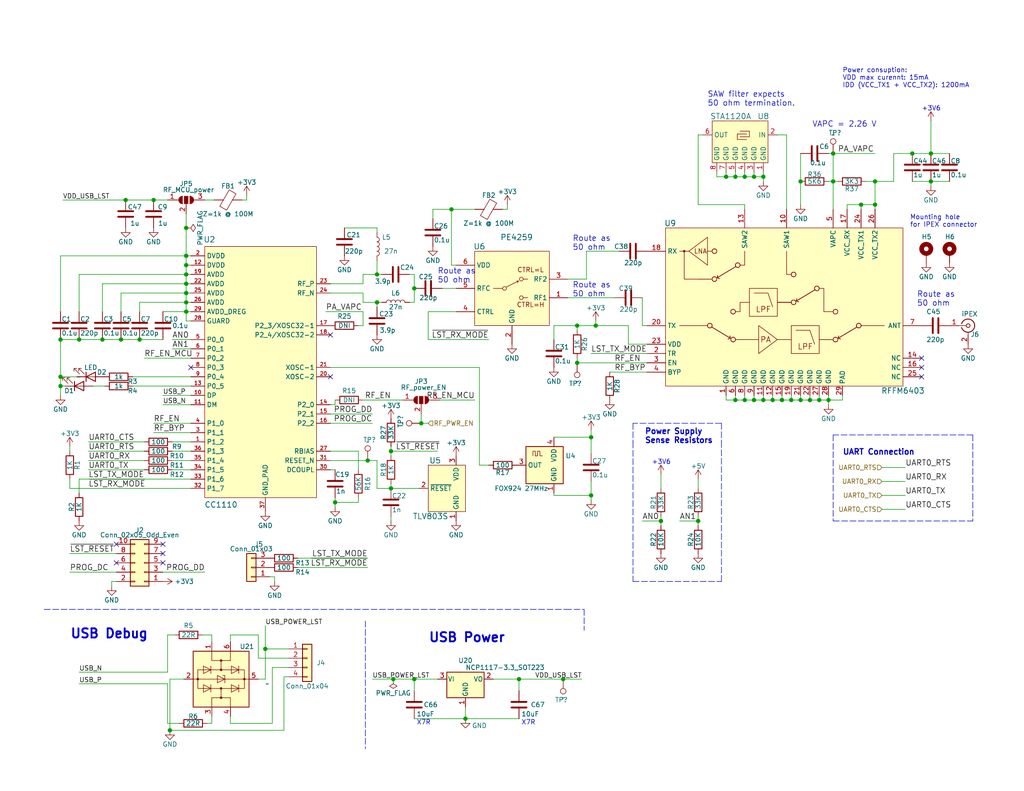
<source format=kicad_sch>
(kicad_sch (version 20210621) (generator eeschema)

  (uuid 31b0c6a8-031c-465a-a937-d97b09c540f9)

  (paper "USLetter")

  (title_block
    (title "BUTCube - communication module")
    (date "2021-11-18")
    (rev "v0.2")
    (company "VUT - FIT(STRaDe) & FME(IAE & IPE)")
    (comment 1 "Author: Štěpán Rydlo")
    (comment 2 "License")
    (comment 3 "This work is licensed under a Creative Commons Attribution-ShareAlike 4.0 International")
    (comment 4 "Copyright 2018 Planet Labs Inc")
  )

  


  (junction (at 16.51 92.71) (diameter 1.016) (color 0 0 0 0))
  (junction (at 16.51 102.87) (diameter 1.016) (color 0 0 0 0))
  (junction (at 16.51 105.41) (diameter 1.016) (color 0 0 0 0))
  (junction (at 21.59 92.71) (diameter 1.016) (color 0 0 0 0))
  (junction (at 27.94 92.71) (diameter 1.016) (color 0 0 0 0))
  (junction (at 33.02 92.71) (diameter 1.016) (color 0 0 0 0))
  (junction (at 34.29 54.61) (diameter 1.016) (color 0 0 0 0))
  (junction (at 38.1 92.71) (diameter 1.016) (color 0 0 0 0))
  (junction (at 41.91 54.61) (diameter 1.016) (color 0 0 0 0))
  (junction (at 46.355 199.39) (diameter 1.016) (color 0 0 0 0))
  (junction (at 50.8 62.23) (diameter 1.016) (color 0 0 0 0))
  (junction (at 50.8 69.85) (diameter 1.016) (color 0 0 0 0))
  (junction (at 50.8 72.39) (diameter 1.016) (color 0 0 0 0))
  (junction (at 50.8 74.93) (diameter 1.016) (color 0 0 0 0))
  (junction (at 50.8 77.47) (diameter 1.016) (color 0 0 0 0))
  (junction (at 50.8 80.01) (diameter 1.016) (color 0 0 0 0))
  (junction (at 50.8 82.55) (diameter 1.016) (color 0 0 0 0))
  (junction (at 50.8 85.09) (diameter 1.016) (color 0 0 0 0))
  (junction (at 72.39 177.165) (diameter 1.016) (color 0 0 0 0))
  (junction (at 91.44 137.16) (diameter 1.016) (color 0 0 0 0))
  (junction (at 100.33 125.73) (diameter 1.016) (color 0 0 0 0))
  (junction (at 102.87 74.93) (diameter 1.016) (color 0 0 0 0))
  (junction (at 102.87 82.55) (diameter 1.016) (color 0 0 0 0))
  (junction (at 106.68 123.19) (diameter 1.016) (color 0 0 0 0))
  (junction (at 106.68 133.35) (diameter 1.016) (color 0 0 0 0))
  (junction (at 107.315 185.42) (diameter 1.016) (color 0 0 0 0))
  (junction (at 113.03 78.74) (diameter 1.016) (color 0 0 0 0))
  (junction (at 113.03 185.42) (diameter 1.016) (color 0 0 0 0))
  (junction (at 114.935 115.57) (diameter 1.016) (color 0 0 0 0))
  (junction (at 123.19 57.15) (diameter 1.016) (color 0 0 0 0))
  (junction (at 127 196.215) (diameter 1.016) (color 0 0 0 0))
  (junction (at 141.605 185.42) (diameter 1.016) (color 0 0 0 0))
  (junction (at 153.67 185.42) (diameter 1.016) (color 0 0 0 0))
  (junction (at 157.48 88.9) (diameter 1.016) (color 0 0 0 0))
  (junction (at 157.48 99.06) (diameter 1.016) (color 0 0 0 0))
  (junction (at 161.29 119.38) (diameter 1.016) (color 0 0 0 0))
  (junction (at 161.29 135.255) (diameter 1.016) (color 0 0 0 0))
  (junction (at 162.56 88.9) (diameter 1.016) (color 0 0 0 0))
  (junction (at 180.34 142.24) (diameter 1.016) (color 0 0 0 0))
  (junction (at 190.5 142.24) (diameter 1.016) (color 0 0 0 0))
  (junction (at 198.12 48.26) (diameter 1.016) (color 0 0 0 0))
  (junction (at 200.66 48.26) (diameter 1.016) (color 0 0 0 0))
  (junction (at 200.66 109.22) (diameter 1.016) (color 0 0 0 0))
  (junction (at 203.2 48.26) (diameter 1.016) (color 0 0 0 0))
  (junction (at 203.2 109.22) (diameter 1.016) (color 0 0 0 0))
  (junction (at 205.74 48.26) (diameter 1.016) (color 0 0 0 0))
  (junction (at 205.74 109.22) (diameter 1.016) (color 0 0 0 0))
  (junction (at 208.28 48.26) (diameter 1.016) (color 0 0 0 0))
  (junction (at 208.28 109.22) (diameter 1.016) (color 0 0 0 0))
  (junction (at 210.82 109.22) (diameter 1.016) (color 0 0 0 0))
  (junction (at 213.36 109.22) (diameter 1.016) (color 0 0 0 0))
  (junction (at 215.9 109.22) (diameter 1.016) (color 0 0 0 0))
  (junction (at 218.44 49.53) (diameter 1.016) (color 0 0 0 0))
  (junction (at 218.44 109.22) (diameter 1.016) (color 0 0 0 0))
  (junction (at 220.98 109.22) (diameter 1.016) (color 0 0 0 0))
  (junction (at 223.52 109.22) (diameter 1.016) (color 0 0 0 0))
  (junction (at 226.06 109.22) (diameter 1.016) (color 0 0 0 0))
  (junction (at 227.33 41.91) (diameter 1.016) (color 0 0 0 0))
  (junction (at 227.33 49.53) (diameter 1.016) (color 0 0 0 0))
  (junction (at 234.95 55.88) (diameter 1.016) (color 0 0 0 0))
  (junction (at 238.76 49.53) (diameter 1.016) (color 0 0 0 0))
  (junction (at 238.76 55.88) (diameter 1.016) (color 0 0 0 0))
  (junction (at 248.92 41.91) (diameter 1.016) (color 0 0 0 0))
  (junction (at 254 41.91) (diameter 1.016) (color 0 0 0 0))
  (junction (at 254 49.53) (diameter 1.016) (color 0 0 0 0))

  (no_connect (at 31.75 148.59) (uuid bd1c0dc9-9dab-4a8e-960f-1be5fb624ba2))
  (no_connect (at 31.75 153.67) (uuid 2835a888-a3b6-4aa1-bcc0-c16b4cc0a324))
  (no_connect (at 44.45 148.59) (uuid 1ed7ac17-6c61-4e9a-a0a5-ce3e8a7df851))
  (no_connect (at 44.45 151.13) (uuid edbe6432-cdc2-4880-a5a5-187633fe248e))
  (no_connect (at 44.45 153.67) (uuid ebb02fa3-ca97-44d1-9429-1497c5b0f1f5))
  (no_connect (at 52.07 100.33) (uuid df72d2fc-ccdb-4b79-8a89-20cce0c913c5))
  (no_connect (at 90.17 91.44) (uuid 07da0a64-f33b-469a-973d-c9b25dd8db9e))
  (no_connect (at 90.17 102.87) (uuid 39387e56-b387-4959-94ce-73d8a78be2b3))
  (no_connect (at 251.46 97.79) (uuid f69c727c-cf15-44ef-bbb7-55c493ba44b2))
  (no_connect (at 251.46 100.33) (uuid ee771831-bd6c-4140-95ae-f4245c540cb3))
  (no_connect (at 251.46 102.87) (uuid db1a56a6-b7b9-4146-8cd1-d658900b5370))

  (wire (pts (xy 16.51 69.85) (xy 50.8 69.85))
    (stroke (width 0) (type solid) (color 0 0 0 0))
    (uuid cb64e1e3-a20b-4d0d-9852-74e7a2db52d2)
  )
  (wire (pts (xy 16.51 85.09) (xy 16.51 69.85))
    (stroke (width 0) (type solid) (color 0 0 0 0))
    (uuid bfb94146-2417-495c-afbe-daff6e2e6224)
  )
  (wire (pts (xy 16.51 92.71) (xy 16.51 102.87))
    (stroke (width 0) (type solid) (color 0 0 0 0))
    (uuid d0f15985-7d7b-4048-994a-65bcb688b4a1)
  )
  (wire (pts (xy 16.51 92.71) (xy 21.59 92.71))
    (stroke (width 0) (type solid) (color 0 0 0 0))
    (uuid 113ffbe2-2693-4119-bdb8-11dea62ba7f3)
  )
  (wire (pts (xy 16.51 102.87) (xy 16.51 105.41))
    (stroke (width 0) (type solid) (color 0 0 0 0))
    (uuid d0f15985-7d7b-4048-994a-65bcb688b4a1)
  )
  (wire (pts (xy 16.51 102.87) (xy 20.955 102.87))
    (stroke (width 0) (type solid) (color 0 0 0 0))
    (uuid 0b6b40ce-ef74-431c-877d-a5a7c35123ec)
  )
  (wire (pts (xy 16.51 105.41) (xy 16.51 107.95))
    (stroke (width 0) (type solid) (color 0 0 0 0))
    (uuid d0f15985-7d7b-4048-994a-65bcb688b4a1)
  )
  (wire (pts (xy 16.51 105.41) (xy 17.78 105.41))
    (stroke (width 0) (type solid) (color 0 0 0 0))
    (uuid 760fd7ce-6820-406f-aaf1-acdbe1764e42)
  )
  (wire (pts (xy 19.05 121.92) (xy 19.05 123.19))
    (stroke (width 0) (type solid) (color 0 0 0 0))
    (uuid b3cb7d03-5bef-4d3f-823f-001cb79fd627)
  )
  (wire (pts (xy 19.05 130.81) (xy 19.05 133.35))
    (stroke (width 0) (type solid) (color 0 0 0 0))
    (uuid 1e1bea3b-7b95-4b92-8311-8c0cf9ab3b11)
  )
  (wire (pts (xy 19.05 133.35) (xy 52.07 133.35))
    (stroke (width 0) (type solid) (color 0 0 0 0))
    (uuid 679b6ff4-ae13-41cd-ba2f-d2c2284c2873)
  )
  (wire (pts (xy 19.05 156.21) (xy 31.75 156.21))
    (stroke (width 0) (type solid) (color 0 0 0 0))
    (uuid e04dccd5-03b9-4fdb-a892-6917746ff057)
  )
  (wire (pts (xy 21.59 74.93) (xy 50.8 74.93))
    (stroke (width 0) (type solid) (color 0 0 0 0))
    (uuid 0e846a0c-79e7-488b-ba52-6f3e26c690b2)
  )
  (wire (pts (xy 21.59 85.09) (xy 21.59 74.93))
    (stroke (width 0) (type solid) (color 0 0 0 0))
    (uuid 2b149225-5dc2-45e9-91fc-16c401e34f41)
  )
  (wire (pts (xy 21.59 92.71) (xy 27.94 92.71))
    (stroke (width 0) (type solid) (color 0 0 0 0))
    (uuid 113ffbe2-2693-4119-bdb8-11dea62ba7f3)
  )
  (wire (pts (xy 21.59 130.81) (xy 21.59 134.62))
    (stroke (width 0) (type solid) (color 0 0 0 0))
    (uuid eb934a01-5e67-4db4-90b6-e19d80ac31de)
  )
  (wire (pts (xy 21.59 130.81) (xy 52.07 130.81))
    (stroke (width 0) (type solid) (color 0 0 0 0))
    (uuid 8979dc7e-f18d-4026-ab5b-e25b6573fb73)
  )
  (wire (pts (xy 21.59 183.515) (xy 45.72 183.515))
    (stroke (width 0) (type solid) (color 0 0 0 0))
    (uuid dc1399c5-f109-45b9-87bd-0a03da2a53f5)
  )
  (wire (pts (xy 21.59 186.69) (xy 45.72 186.69))
    (stroke (width 0) (type solid) (color 0 0 0 0))
    (uuid a2bac812-9657-4c5b-ad98-f1a22472482d)
  )
  (wire (pts (xy 25.4 105.41) (xy 28.575 105.41))
    (stroke (width 0) (type solid) (color 0 0 0 0))
    (uuid 1146694e-218f-4201-8413-2bbbd0b538b8)
  )
  (wire (pts (xy 27.94 77.47) (xy 50.8 77.47))
    (stroke (width 0) (type solid) (color 0 0 0 0))
    (uuid 2b38cbfa-8e29-4a9f-a100-1bf551f2379b)
  )
  (wire (pts (xy 27.94 85.09) (xy 27.94 77.47))
    (stroke (width 0) (type solid) (color 0 0 0 0))
    (uuid 9ff02183-ed72-4e70-85ff-dde8c81e6605)
  )
  (wire (pts (xy 27.94 92.71) (xy 33.02 92.71))
    (stroke (width 0) (type solid) (color 0 0 0 0))
    (uuid 113ffbe2-2693-4119-bdb8-11dea62ba7f3)
  )
  (wire (pts (xy 30.48 158.75) (xy 31.75 158.75))
    (stroke (width 0) (type solid) (color 0 0 0 0))
    (uuid ddba8fa4-1024-48c8-81ad-669a90684c03)
  )
  (wire (pts (xy 30.48 160.02) (xy 30.48 158.75))
    (stroke (width 0) (type solid) (color 0 0 0 0))
    (uuid 70ca4b9c-6ba9-40e9-aa20-c9a2d66d2939)
  )
  (wire (pts (xy 31.75 151.13) (xy 19.05 151.13))
    (stroke (width 0) (type solid) (color 0 0 0 0))
    (uuid 9942928c-6d04-4425-a9e4-f3e8957c3313)
  )
  (wire (pts (xy 33.02 80.01) (xy 50.8 80.01))
    (stroke (width 0) (type solid) (color 0 0 0 0))
    (uuid a10396ae-a1e6-4d63-bd03-8767d74cde3b)
  )
  (wire (pts (xy 33.02 85.09) (xy 33.02 80.01))
    (stroke (width 0) (type solid) (color 0 0 0 0))
    (uuid 018609aa-4a55-47cc-a055-9d5ffe6dc215)
  )
  (wire (pts (xy 33.02 92.71) (xy 38.1 92.71))
    (stroke (width 0) (type solid) (color 0 0 0 0))
    (uuid 113ffbe2-2693-4119-bdb8-11dea62ba7f3)
  )
  (wire (pts (xy 34.29 54.61) (xy 17.145 54.61))
    (stroke (width 0) (type solid) (color 0 0 0 0))
    (uuid d33926db-1156-4050-92fb-d71cc22303ac)
  )
  (wire (pts (xy 34.29 54.61) (xy 41.91 54.61))
    (stroke (width 0) (type solid) (color 0 0 0 0))
    (uuid 69b52d80-69ad-48b4-b665-c0c61f72ca5c)
  )
  (wire (pts (xy 36.195 102.87) (xy 52.07 102.87))
    (stroke (width 0) (type solid) (color 0 0 0 0))
    (uuid 8ee3adec-fb01-490b-a3d5-c4eda133a51e)
  )
  (wire (pts (xy 36.195 105.41) (xy 52.07 105.41))
    (stroke (width 0) (type solid) (color 0 0 0 0))
    (uuid cc3c8d8b-72e6-4409-b53a-5c41e1952a54)
  )
  (wire (pts (xy 38.1 82.55) (xy 50.8 82.55))
    (stroke (width 0) (type solid) (color 0 0 0 0))
    (uuid d0acf503-0287-4f12-a3a1-ed6526d69b81)
  )
  (wire (pts (xy 38.1 85.09) (xy 38.1 82.55))
    (stroke (width 0) (type solid) (color 0 0 0 0))
    (uuid 8e2d5558-3ef2-4127-b8dc-234d5ce7d871)
  )
  (wire (pts (xy 38.1 92.71) (xy 44.45 92.71))
    (stroke (width 0) (type solid) (color 0 0 0 0))
    (uuid 113ffbe2-2693-4119-bdb8-11dea62ba7f3)
  )
  (wire (pts (xy 39.37 97.79) (xy 52.07 97.79))
    (stroke (width 0) (type solid) (color 0 0 0 0))
    (uuid fe31f114-5356-4728-bbe3-a67226569d75)
  )
  (wire (pts (xy 39.37 120.65) (xy 24.13 120.65))
    (stroke (width 0) (type solid) (color 0 0 0 0))
    (uuid 63e5da63-984b-4325-825d-29e69a73e506)
  )
  (wire (pts (xy 39.37 123.19) (xy 24.13 123.19))
    (stroke (width 0) (type solid) (color 0 0 0 0))
    (uuid b81aeb5d-43a7-4688-8d97-2d73822fd324)
  )
  (wire (pts (xy 39.37 125.73) (xy 24.13 125.73))
    (stroke (width 0) (type solid) (color 0 0 0 0))
    (uuid a9660e5a-ff1c-47bd-ae35-d302e675c3aa)
  )
  (wire (pts (xy 39.37 128.27) (xy 24.13 128.27))
    (stroke (width 0) (type solid) (color 0 0 0 0))
    (uuid dd5a4d2c-6ee6-4a52-a18e-240856b10640)
  )
  (wire (pts (xy 41.91 54.61) (xy 45.72 54.61))
    (stroke (width 0) (type solid) (color 0 0 0 0))
    (uuid aa33eebd-6e7c-4ba0-a8cd-1020840d9e55)
  )
  (wire (pts (xy 44.45 85.09) (xy 50.8 85.09))
    (stroke (width 0) (type solid) (color 0 0 0 0))
    (uuid 001f07de-c19f-406c-b57a-a7031dae9029)
  )
  (wire (pts (xy 44.45 107.95) (xy 52.07 107.95))
    (stroke (width 0) (type solid) (color 0 0 0 0))
    (uuid 34712cd0-50ed-45a2-b52a-b463af69f139)
  )
  (wire (pts (xy 44.45 110.49) (xy 52.07 110.49))
    (stroke (width 0) (type solid) (color 0 0 0 0))
    (uuid 0c4711d2-f924-4aaf-b681-013f2e628010)
  )
  (wire (pts (xy 44.45 156.21) (xy 55.88 156.21))
    (stroke (width 0) (type solid) (color 0 0 0 0))
    (uuid efcb3cc7-472b-44ec-86ad-fcc124a008aa)
  )
  (wire (pts (xy 45.72 173.355) (xy 45.72 183.515))
    (stroke (width 0) (type solid) (color 0 0 0 0))
    (uuid 23adf46f-58d5-49e7-a049-169b28eff4df)
  )
  (wire (pts (xy 45.72 186.69) (xy 45.72 197.485))
    (stroke (width 0) (type solid) (color 0 0 0 0))
    (uuid 602711c7-ab6a-413f-aa75-921555f8d673)
  )
  (wire (pts (xy 46.355 185.42) (xy 46.355 199.39))
    (stroke (width 0) (type solid) (color 0 0 0 0))
    (uuid e9ea0baf-69ea-4b3f-8623-67273d3e79a0)
  )
  (wire (pts (xy 46.355 185.42) (xy 50.165 185.42))
    (stroke (width 0) (type solid) (color 0 0 0 0))
    (uuid 8c0859bf-34fe-4751-8689-96fdb6ee060e)
  )
  (wire (pts (xy 46.355 199.39) (xy 77.47 199.39))
    (stroke (width 0) (type solid) (color 0 0 0 0))
    (uuid 694af52a-d924-4cb4-a1d0-340b1574d9e5)
  )
  (wire (pts (xy 46.99 120.65) (xy 52.07 120.65))
    (stroke (width 0) (type solid) (color 0 0 0 0))
    (uuid 65f8db90-bcee-42cd-aff6-f9c60f72bc15)
  )
  (wire (pts (xy 46.99 123.19) (xy 52.07 123.19))
    (stroke (width 0) (type solid) (color 0 0 0 0))
    (uuid d290f9c6-590c-4735-a434-3b632c88ffb8)
  )
  (wire (pts (xy 46.99 125.73) (xy 52.07 125.73))
    (stroke (width 0) (type solid) (color 0 0 0 0))
    (uuid b8e393ea-6246-40cb-af9d-35795b2dad95)
  )
  (wire (pts (xy 46.99 128.27) (xy 52.07 128.27))
    (stroke (width 0) (type solid) (color 0 0 0 0))
    (uuid d52cd717-f4c3-441c-ab95-57fd2e3990b4)
  )
  (wire (pts (xy 47.625 173.355) (xy 45.72 173.355))
    (stroke (width 0) (type solid) (color 0 0 0 0))
    (uuid c4ac730c-b9d8-4e68-898f-921e1d197d81)
  )
  (wire (pts (xy 48.895 197.485) (xy 45.72 197.485))
    (stroke (width 0) (type solid) (color 0 0 0 0))
    (uuid a00d60aa-6b4b-4a5a-8c72-cacb30198886)
  )
  (wire (pts (xy 50.8 58.42) (xy 50.8 62.23))
    (stroke (width 0) (type solid) (color 0 0 0 0))
    (uuid e6c01902-5936-4589-a752-5ab550e7acb5)
  )
  (wire (pts (xy 50.8 62.23) (xy 50.8 69.85))
    (stroke (width 0) (type solid) (color 0 0 0 0))
    (uuid e6c01902-5936-4589-a752-5ab550e7acb5)
  )
  (wire (pts (xy 50.8 69.85) (xy 50.8 72.39))
    (stroke (width 0) (type solid) (color 0 0 0 0))
    (uuid a343497b-c29d-483a-9660-8a714e911b40)
  )
  (wire (pts (xy 50.8 69.85) (xy 52.07 69.85))
    (stroke (width 0) (type solid) (color 0 0 0 0))
    (uuid 7d0e0291-71de-4189-8f7d-2298754407f1)
  )
  (wire (pts (xy 50.8 72.39) (xy 50.8 74.93))
    (stroke (width 0) (type solid) (color 0 0 0 0))
    (uuid 1b5f8d9f-c23f-4236-9fd7-834c95ba777f)
  )
  (wire (pts (xy 50.8 72.39) (xy 52.07 72.39))
    (stroke (width 0) (type solid) (color 0 0 0 0))
    (uuid c9b7ba65-58a6-471e-b4dc-f071eee93d01)
  )
  (wire (pts (xy 50.8 74.93) (xy 50.8 77.47))
    (stroke (width 0) (type solid) (color 0 0 0 0))
    (uuid 950b441d-dca9-4246-b8e4-b044da04c1f9)
  )
  (wire (pts (xy 50.8 74.93) (xy 52.07 74.93))
    (stroke (width 0) (type solid) (color 0 0 0 0))
    (uuid 54d13763-408b-4a41-9186-7e3af4a919ac)
  )
  (wire (pts (xy 50.8 77.47) (xy 50.8 80.01))
    (stroke (width 0) (type solid) (color 0 0 0 0))
    (uuid 1a979674-d889-47de-966a-8123d483e225)
  )
  (wire (pts (xy 50.8 77.47) (xy 52.07 77.47))
    (stroke (width 0) (type solid) (color 0 0 0 0))
    (uuid aac38559-f386-4ec1-a157-c1f05f398a5c)
  )
  (wire (pts (xy 50.8 80.01) (xy 50.8 82.55))
    (stroke (width 0) (type solid) (color 0 0 0 0))
    (uuid 3b8b6c41-2a6e-4dbf-8bc2-90b6df22e0b4)
  )
  (wire (pts (xy 50.8 80.01) (xy 52.07 80.01))
    (stroke (width 0) (type solid) (color 0 0 0 0))
    (uuid b33cf266-84d0-4c7c-a18c-865e9f48e2f0)
  )
  (wire (pts (xy 50.8 82.55) (xy 50.8 85.09))
    (stroke (width 0) (type solid) (color 0 0 0 0))
    (uuid b511643a-40b1-400d-8189-5eebb4df6d85)
  )
  (wire (pts (xy 50.8 82.55) (xy 52.07 82.55))
    (stroke (width 0) (type solid) (color 0 0 0 0))
    (uuid 964ab87e-9f66-4e7e-ae1f-1a03d2bb00ab)
  )
  (wire (pts (xy 50.8 85.09) (xy 50.8 87.63))
    (stroke (width 0) (type solid) (color 0 0 0 0))
    (uuid 0e72e75f-373b-435d-b33b-09ebfd173830)
  )
  (wire (pts (xy 50.8 85.09) (xy 52.07 85.09))
    (stroke (width 0) (type solid) (color 0 0 0 0))
    (uuid b9abca4b-f17e-49da-9cf2-36b785c7066a)
  )
  (wire (pts (xy 50.8 87.63) (xy 52.07 87.63))
    (stroke (width 0) (type solid) (color 0 0 0 0))
    (uuid b8de970d-f9b3-4edd-a4c1-79bb1ba723bf)
  )
  (wire (pts (xy 52.07 92.71) (xy 46.99 92.71))
    (stroke (width 0) (type solid) (color 0 0 0 0))
    (uuid 56ce3273-3ee0-4329-bbcd-d8b69a8f3070)
  )
  (wire (pts (xy 52.07 95.25) (xy 46.99 95.25))
    (stroke (width 0) (type solid) (color 0 0 0 0))
    (uuid e6f86d11-c777-4a7b-a341-dd4ba83f8cb9)
  )
  (wire (pts (xy 52.07 115.57) (xy 41.91 115.57))
    (stroke (width 0) (type solid) (color 0 0 0 0))
    (uuid ce68e74f-46c4-471a-bb68-0a1d2d36e7b4)
  )
  (wire (pts (xy 52.07 118.11) (xy 41.91 118.11))
    (stroke (width 0) (type solid) (color 0 0 0 0))
    (uuid d67f9b0e-275f-4dfc-9094-a32d66c82ef7)
  )
  (wire (pts (xy 55.245 173.355) (xy 57.785 173.355))
    (stroke (width 0) (type solid) (color 0 0 0 0))
    (uuid 3ed27699-bb6a-4f70-9a2c-a62edae58f99)
  )
  (wire (pts (xy 55.88 54.61) (xy 58.42 54.61))
    (stroke (width 0) (type solid) (color 0 0 0 0))
    (uuid d7d1d85f-01f7-48bb-abec-fc4754f8487e)
  )
  (wire (pts (xy 56.515 197.485) (xy 57.785 197.485))
    (stroke (width 0) (type solid) (color 0 0 0 0))
    (uuid e6b85693-9b07-443f-982d-6e4fb9070884)
  )
  (wire (pts (xy 57.785 175.26) (xy 57.785 173.355))
    (stroke (width 0) (type solid) (color 0 0 0 0))
    (uuid 26f203a9-b1fb-4798-898c-bbb5c7b4fd8f)
  )
  (wire (pts (xy 57.785 195.58) (xy 57.785 197.485))
    (stroke (width 0) (type solid) (color 0 0 0 0))
    (uuid eaa5afd6-abbc-47d3-8f17-072ee3ad360b)
  )
  (wire (pts (xy 62.865 173.355) (xy 62.865 175.26))
    (stroke (width 0) (type solid) (color 0 0 0 0))
    (uuid 7abebd6e-3e83-4d03-8beb-614fa529bddb)
  )
  (wire (pts (xy 62.865 195.58) (xy 62.865 197.485))
    (stroke (width 0) (type solid) (color 0 0 0 0))
    (uuid adcdd075-6c08-4dd0-b191-6ff6f5997428)
  )
  (wire (pts (xy 62.865 197.485) (xy 74.295 197.485))
    (stroke (width 0) (type solid) (color 0 0 0 0))
    (uuid b3ab69df-5f2a-45f2-8cce-6cf6acb18aa7)
  )
  (wire (pts (xy 67.31 53.34) (xy 67.31 54.61))
    (stroke (width 0) (type solid) (color 0 0 0 0))
    (uuid 3c7b332a-4c7a-4be5-a625-ceb96b7861ae)
  )
  (wire (pts (xy 67.31 54.61) (xy 66.04 54.61))
    (stroke (width 0) (type solid) (color 0 0 0 0))
    (uuid 10e88112-67c2-446f-b77b-b8a3b994c6ea)
  )
  (wire (pts (xy 70.485 173.355) (xy 62.865 173.355))
    (stroke (width 0) (type solid) (color 0 0 0 0))
    (uuid 847d8cbb-f8b4-4ef7-b94a-4ebeba8829fc)
  )
  (wire (pts (xy 70.485 179.705) (xy 70.485 173.355))
    (stroke (width 0) (type solid) (color 0 0 0 0))
    (uuid daf7e652-3fff-4c5e-aba0-7faad60d1db9)
  )
  (wire (pts (xy 70.485 179.705) (xy 78.74 179.705))
    (stroke (width 0) (type solid) (color 0 0 0 0))
    (uuid 6bd6d4c7-5f56-4394-a946-93777ef9718d)
  )
  (wire (pts (xy 70.485 185.42) (xy 72.39 185.42))
    (stroke (width 0) (type solid) (color 0 0 0 0))
    (uuid fa910fe4-d7ae-46a4-afc8-bf80a0f594e5)
  )
  (wire (pts (xy 72.39 170.815) (xy 72.39 177.165))
    (stroke (width 0) (type solid) (color 0 0 0 0))
    (uuid fa910fe4-d7ae-46a4-afc8-bf80a0f594e5)
  )
  (wire (pts (xy 72.39 177.165) (xy 72.39 185.42))
    (stroke (width 0) (type solid) (color 0 0 0 0))
    (uuid fa910fe4-d7ae-46a4-afc8-bf80a0f594e5)
  )
  (wire (pts (xy 72.39 177.165) (xy 78.74 177.165))
    (stroke (width 0) (type solid) (color 0 0 0 0))
    (uuid 9084fab6-2376-44a8-a2d2-3b383caac079)
  )
  (wire (pts (xy 73.66 157.48) (xy 74.93 157.48))
    (stroke (width 0) (type solid) (color 0 0 0 0))
    (uuid d08771cf-a1f2-4353-aa29-79f7dad276b9)
  )
  (wire (pts (xy 74.295 182.245) (xy 74.295 197.485))
    (stroke (width 0) (type solid) (color 0 0 0 0))
    (uuid b47beb3d-1e9d-4224-8dbb-f545fef39d56)
  )
  (wire (pts (xy 74.93 157.48) (xy 74.93 158.75))
    (stroke (width 0) (type solid) (color 0 0 0 0))
    (uuid 48a74c96-989d-4fa5-b2a0-276dce85907d)
  )
  (wire (pts (xy 77.47 184.785) (xy 77.47 199.39))
    (stroke (width 0) (type solid) (color 0 0 0 0))
    (uuid 694af52a-d924-4cb4-a1d0-340b1574d9e5)
  )
  (wire (pts (xy 78.74 182.245) (xy 74.295 182.245))
    (stroke (width 0) (type solid) (color 0 0 0 0))
    (uuid b47beb3d-1e9d-4224-8dbb-f545fef39d56)
  )
  (wire (pts (xy 78.74 184.785) (xy 77.47 184.785))
    (stroke (width 0) (type solid) (color 0 0 0 0))
    (uuid 694af52a-d924-4cb4-a1d0-340b1574d9e5)
  )
  (wire (pts (xy 81.28 152.4) (xy 100.33 152.4))
    (stroke (width 0) (type solid) (color 0 0 0 0))
    (uuid c6654a9d-4cbb-48d0-a16d-092d139d39d0)
  )
  (wire (pts (xy 81.28 154.94) (xy 100.33 154.94))
    (stroke (width 0) (type solid) (color 0 0 0 0))
    (uuid d2c8f905-e555-41f4-8168-eea8be832fa5)
  )
  (wire (pts (xy 90.17 100.33) (xy 130.81 100.33))
    (stroke (width 0) (type solid) (color 0 0 0 0))
    (uuid 0d2c17bc-b8aa-45c1-b925-6665cb347660)
  )
  (wire (pts (xy 90.17 110.49) (xy 91.44 110.49))
    (stroke (width 0) (type solid) (color 0 0 0 0))
    (uuid 8a511972-6230-4497-bf58-3bf0d5a2b0bb)
  )
  (wire (pts (xy 90.17 113.03) (xy 101.6 113.03))
    (stroke (width 0) (type solid) (color 0 0 0 0))
    (uuid 967ad674-4fdb-4590-bba2-78200aa5c49d)
  )
  (wire (pts (xy 90.17 115.57) (xy 101.6 115.57))
    (stroke (width 0) (type solid) (color 0 0 0 0))
    (uuid 94d320cd-6eac-440c-bde0-344a8a565c6e)
  )
  (wire (pts (xy 90.17 123.19) (xy 97.79 123.19))
    (stroke (width 0) (type solid) (color 0 0 0 0))
    (uuid 6433c154-fe65-4b82-8e3c-617090328608)
  )
  (wire (pts (xy 90.17 125.73) (xy 100.33 125.73))
    (stroke (width 0) (type solid) (color 0 0 0 0))
    (uuid 29ab046f-fabe-47c6-935c-bbb7ccacdac1)
  )
  (wire (pts (xy 90.17 128.27) (xy 91.44 128.27))
    (stroke (width 0) (type solid) (color 0 0 0 0))
    (uuid 96a09475-4977-46b1-9ca4-9249e3c3e17e)
  )
  (wire (pts (xy 91.44 110.49) (xy 91.44 109.22))
    (stroke (width 0) (type solid) (color 0 0 0 0))
    (uuid a176db7b-8c29-491e-ac4f-d39af84cb433)
  )
  (wire (pts (xy 91.44 135.89) (xy 91.44 137.16))
    (stroke (width 0) (type solid) (color 0 0 0 0))
    (uuid 09154a0d-12c0-48b5-9163-39dfdea66f78)
  )
  (wire (pts (xy 91.44 137.16) (xy 91.44 138.43))
    (stroke (width 0) (type solid) (color 0 0 0 0))
    (uuid 9a336e60-212c-4b0f-b392-b5a1c8b9f766)
  )
  (wire (pts (xy 97.79 88.9) (xy 99.06 88.9))
    (stroke (width 0) (type solid) (color 0 0 0 0))
    (uuid 73468ba7-6cdc-4032-bbd4-28e07c379c25)
  )
  (wire (pts (xy 97.79 123.19) (xy 97.79 128.27))
    (stroke (width 0) (type solid) (color 0 0 0 0))
    (uuid 166b26ff-bfb3-406d-ad92-203f5b99e068)
  )
  (wire (pts (xy 97.79 135.89) (xy 97.79 137.16))
    (stroke (width 0) (type solid) (color 0 0 0 0))
    (uuid fdd62f51-1ad1-465c-9fad-0c274ea49d84)
  )
  (wire (pts (xy 97.79 137.16) (xy 91.44 137.16))
    (stroke (width 0) (type solid) (color 0 0 0 0))
    (uuid 581955b6-e8e4-4d61-a578-7709ab29ac75)
  )
  (wire (pts (xy 99.06 74.93) (xy 102.87 74.93))
    (stroke (width 0) (type solid) (color 0 0 0 0))
    (uuid 32085c14-c8ff-4c74-bb8f-f38df5e2722c)
  )
  (wire (pts (xy 99.06 77.47) (xy 90.17 77.47))
    (stroke (width 0) (type solid) (color 0 0 0 0))
    (uuid 6365cebb-414f-484d-9061-826154abad6e)
  )
  (wire (pts (xy 99.06 77.47) (xy 99.06 74.93))
    (stroke (width 0) (type solid) (color 0 0 0 0))
    (uuid e4bf8525-4603-4e18-aec0-5f19b64d8360)
  )
  (wire (pts (xy 99.06 80.01) (xy 90.17 80.01))
    (stroke (width 0) (type solid) (color 0 0 0 0))
    (uuid b367b5bf-7a24-4358-9d1e-f79ddc82a910)
  )
  (wire (pts (xy 99.06 82.55) (xy 99.06 80.01))
    (stroke (width 0) (type solid) (color 0 0 0 0))
    (uuid 4f299961-cb99-4155-869d-50162b2f4adb)
  )
  (wire (pts (xy 99.06 82.55) (xy 102.87 82.55))
    (stroke (width 0) (type solid) (color 0 0 0 0))
    (uuid 836eec7c-fbf7-467e-9160-a1fb985d7965)
  )
  (wire (pts (xy 99.06 85.09) (xy 88.9 85.09))
    (stroke (width 0) (type solid) (color 0 0 0 0))
    (uuid 92a13905-a032-40c2-a66e-1f7a1591878e)
  )
  (wire (pts (xy 99.06 88.9) (xy 99.06 85.09))
    (stroke (width 0) (type solid) (color 0 0 0 0))
    (uuid 4379819c-3929-474f-9d68-fda9f54ff7ab)
  )
  (wire (pts (xy 99.06 109.22) (xy 109.855 109.22))
    (stroke (width 0) (type solid) (color 0 0 0 0))
    (uuid 09a75c36-fcdf-40c7-95be-3890ff327f77)
  )
  (wire (pts (xy 100.33 125.73) (xy 102.87 125.73))
    (stroke (width 0) (type solid) (color 0 0 0 0))
    (uuid 29ab046f-fabe-47c6-935c-bbb7ccacdac1)
  )
  (wire (pts (xy 101.6 185.42) (xy 107.315 185.42))
    (stroke (width 0) (type solid) (color 0 0 0 0))
    (uuid 6a3f6217-6b38-4055-8146-358c82bc1f08)
  )
  (wire (pts (xy 102.87 62.23) (xy 93.98 62.23))
    (stroke (width 0) (type solid) (color 0 0 0 0))
    (uuid df8873e8-3556-4909-b139-e0545041b2cc)
  )
  (wire (pts (xy 102.87 63.5) (xy 102.87 62.23))
    (stroke (width 0) (type solid) (color 0 0 0 0))
    (uuid d6338f31-daac-4ead-9090-402dc77df3a0)
  )
  (wire (pts (xy 102.87 74.93) (xy 102.87 71.12))
    (stroke (width 0) (type solid) (color 0 0 0 0))
    (uuid 98631438-24a5-4be5-97df-07b393f677ac)
  )
  (wire (pts (xy 102.87 74.93) (xy 104.14 74.93))
    (stroke (width 0) (type solid) (color 0 0 0 0))
    (uuid fe50a9dc-b1f8-4376-ab0b-e0b888b2cc95)
  )
  (wire (pts (xy 102.87 82.55) (xy 102.87 83.82))
    (stroke (width 0) (type solid) (color 0 0 0 0))
    (uuid c6ee1b1a-978a-4ce9-8ce2-7b98dcba6384)
  )
  (wire (pts (xy 102.87 82.55) (xy 104.14 82.55))
    (stroke (width 0) (type solid) (color 0 0 0 0))
    (uuid 836eec7c-fbf7-467e-9160-a1fb985d7965)
  )
  (wire (pts (xy 102.87 125.73) (xy 102.87 133.35))
    (stroke (width 0) (type solid) (color 0 0 0 0))
    (uuid 3ee5e65d-a9c9-4286-9944-68ba1a61bfab)
  )
  (wire (pts (xy 102.87 133.35) (xy 106.68 133.35))
    (stroke (width 0) (type solid) (color 0 0 0 0))
    (uuid 89ab63f3-a5eb-418a-8dbc-aa545fe2fda3)
  )
  (wire (pts (xy 106.68 121.92) (xy 106.68 123.19))
    (stroke (width 0) (type solid) (color 0 0 0 0))
    (uuid 54344b2a-2650-4b56-91ff-bdecd1faf38e)
  )
  (wire (pts (xy 106.68 123.19) (xy 106.68 124.46))
    (stroke (width 0) (type solid) (color 0 0 0 0))
    (uuid a7534b1c-6bd7-4b3c-b826-0f8aecc26bfe)
  )
  (wire (pts (xy 106.68 123.19) (xy 119.38 123.19))
    (stroke (width 0) (type solid) (color 0 0 0 0))
    (uuid 11ba78fb-ebb8-4e98-bba1-f0585b1932a3)
  )
  (wire (pts (xy 106.68 132.08) (xy 106.68 133.35))
    (stroke (width 0) (type solid) (color 0 0 0 0))
    (uuid bf84d9fe-6459-41be-a870-c95042cc3f78)
  )
  (wire (pts (xy 106.68 133.35) (xy 114.3 133.35))
    (stroke (width 0) (type solid) (color 0 0 0 0))
    (uuid 97dee1c5-1752-40ec-895c-59c7251891d6)
  )
  (wire (pts (xy 106.68 140.97) (xy 106.68 142.24))
    (stroke (width 0) (type solid) (color 0 0 0 0))
    (uuid ab821e9d-e355-46b3-805a-1f64f3b1b203)
  )
  (wire (pts (xy 107.315 185.42) (xy 113.03 185.42))
    (stroke (width 0) (type solid) (color 0 0 0 0))
    (uuid 4e0c1450-4220-49bf-a471-18367ec7cb1a)
  )
  (wire (pts (xy 111.76 74.93) (xy 113.03 74.93))
    (stroke (width 0) (type solid) (color 0 0 0 0))
    (uuid d633ca27-8f34-4409-81ec-34d89481dca1)
  )
  (wire (pts (xy 113.03 74.93) (xy 113.03 78.74))
    (stroke (width 0) (type solid) (color 0 0 0 0))
    (uuid 76643cc2-fb16-4b06-b4bf-d87e9ec768d8)
  )
  (wire (pts (xy 113.03 78.74) (xy 113.03 82.55))
    (stroke (width 0) (type solid) (color 0 0 0 0))
    (uuid 76643cc2-fb16-4b06-b4bf-d87e9ec768d8)
  )
  (wire (pts (xy 113.03 82.55) (xy 111.76 82.55))
    (stroke (width 0) (type solid) (color 0 0 0 0))
    (uuid 99889696-89ef-4390-8c65-b5d8d436ce33)
  )
  (wire (pts (xy 113.03 185.42) (xy 113.03 188.595))
    (stroke (width 0) (type solid) (color 0 0 0 0))
    (uuid f3ed857f-5db4-4eca-b82c-411c3bbbebb0)
  )
  (wire (pts (xy 113.03 185.42) (xy 119.38 185.42))
    (stroke (width 0) (type solid) (color 0 0 0 0))
    (uuid f766df24-00ec-4065-8f1d-b225dafcf279)
  )
  (wire (pts (xy 113.03 196.215) (xy 127 196.215))
    (stroke (width 0) (type solid) (color 0 0 0 0))
    (uuid 1348c5ac-2fb1-4a67-8dfd-2636db4fd5c6)
  )
  (wire (pts (xy 114.935 113.03) (xy 114.935 115.57))
    (stroke (width 0) (type solid) (color 0 0 0 0))
    (uuid 75dc6861-985b-4dcc-ae41-3b01b23b2c9e)
  )
  (wire (pts (xy 114.935 115.57) (xy 116.84 115.57))
    (stroke (width 0) (type solid) (color 0 0 0 0))
    (uuid 1dc67f17-17fc-4b94-a2b7-70a0b6a5895f)
  )
  (wire (pts (xy 116.84 85.09) (xy 116.84 92.71))
    (stroke (width 0) (type solid) (color 0 0 0 0))
    (uuid dd0cc9d9-5091-4105-93b7-7ba2b256a195)
  )
  (wire (pts (xy 116.84 92.71) (xy 133.35 92.71))
    (stroke (width 0) (type solid) (color 0 0 0 0))
    (uuid 35c1ac7b-c789-4037-960a-7da6b39d1275)
  )
  (wire (pts (xy 118.11 57.15) (xy 118.11 59.69))
    (stroke (width 0) (type solid) (color 0 0 0 0))
    (uuid 7dd4ec1f-fcda-49f2-9e1d-8f133a85d0db)
  )
  (wire (pts (xy 118.11 57.15) (xy 123.19 57.15))
    (stroke (width 0) (type solid) (color 0 0 0 0))
    (uuid fc461800-3596-4718-80aa-8bd7451a9c71)
  )
  (wire (pts (xy 120.015 109.22) (xy 129.54 109.22))
    (stroke (width 0) (type solid) (color 0 0 0 0))
    (uuid 8e213fbb-2736-48d5-b40e-8c19a30e95aa)
  )
  (wire (pts (xy 120.65 78.74) (xy 124.46 78.74))
    (stroke (width 0) (type solid) (color 0 0 0 0))
    (uuid 96adb8b7-79cd-4fe6-95a1-a5944cb60b05)
  )
  (wire (pts (xy 123.19 57.15) (xy 123.19 72.39))
    (stroke (width 0) (type solid) (color 0 0 0 0))
    (uuid 7a45da04-9607-4770-b85f-b923c3ad2189)
  )
  (wire (pts (xy 123.19 57.15) (xy 129.54 57.15))
    (stroke (width 0) (type solid) (color 0 0 0 0))
    (uuid 6a80006e-9704-4dc7-8552-a3db52873233)
  )
  (wire (pts (xy 123.19 72.39) (xy 124.46 72.39))
    (stroke (width 0) (type solid) (color 0 0 0 0))
    (uuid 66bf476c-e461-4d98-9190-21f83347191c)
  )
  (wire (pts (xy 124.46 85.09) (xy 116.84 85.09))
    (stroke (width 0) (type solid) (color 0 0 0 0))
    (uuid 1f347094-93bf-4b07-9085-d23f0392ce6c)
  )
  (wire (pts (xy 127 193.04) (xy 127 196.215))
    (stroke (width 0) (type solid) (color 0 0 0 0))
    (uuid ba8cc42c-f528-4161-907e-cbec8d2ee7c5)
  )
  (wire (pts (xy 127 196.215) (xy 141.605 196.215))
    (stroke (width 0) (type solid) (color 0 0 0 0))
    (uuid 88a13519-2d9a-4739-98a2-a6808614972c)
  )
  (wire (pts (xy 130.81 127) (xy 130.81 100.33))
    (stroke (width 0) (type solid) (color 0 0 0 0))
    (uuid 3b73e0c8-243f-471d-8ab9-f1844142f0a7)
  )
  (wire (pts (xy 133.35 127) (xy 130.81 127))
    (stroke (width 0) (type solid) (color 0 0 0 0))
    (uuid f7a46454-7e1e-4d2c-a1c2-043b88b067b0)
  )
  (wire (pts (xy 134.62 185.42) (xy 141.605 185.42))
    (stroke (width 0) (type solid) (color 0 0 0 0))
    (uuid 5e547642-a505-4bbe-86b4-91097382ca0a)
  )
  (wire (pts (xy 138.43 55.88) (xy 138.43 57.15))
    (stroke (width 0) (type solid) (color 0 0 0 0))
    (uuid 351e7051-f1c9-4aa2-8c25-261cf1a35681)
  )
  (wire (pts (xy 138.43 57.15) (xy 137.16 57.15))
    (stroke (width 0) (type solid) (color 0 0 0 0))
    (uuid b149c046-7381-463d-8cc5-3e6d338c5c33)
  )
  (wire (pts (xy 141.605 185.42) (xy 141.605 188.595))
    (stroke (width 0) (type solid) (color 0 0 0 0))
    (uuid 7ebeda66-9682-4a99-b807-2f8e35cf37ee)
  )
  (wire (pts (xy 141.605 185.42) (xy 153.67 185.42))
    (stroke (width 0) (type solid) (color 0 0 0 0))
    (uuid 059e8dca-9ef5-4b78-b8b5-aeb79e8f2bfd)
  )
  (wire (pts (xy 151.13 88.9) (xy 151.13 92.71))
    (stroke (width 0) (type solid) (color 0 0 0 0))
    (uuid ecd6095c-906a-48ce-8e3b-deebf30394fe)
  )
  (wire (pts (xy 151.13 88.9) (xy 157.48 88.9))
    (stroke (width 0) (type solid) (color 0 0 0 0))
    (uuid 4c25f994-e097-45ed-9313-a42e3921ec7f)
  )
  (wire (pts (xy 151.13 119.38) (xy 161.29 119.38))
    (stroke (width 0) (type solid) (color 0 0 0 0))
    (uuid 1ec1b280-1569-452e-b090-747caa7aaf5a)
  )
  (wire (pts (xy 151.13 134.62) (xy 151.13 135.255))
    (stroke (width 0) (type solid) (color 0 0 0 0))
    (uuid 99892513-8b7f-4d00-bfb9-52bfb79d164b)
  )
  (wire (pts (xy 151.13 135.255) (xy 161.29 135.255))
    (stroke (width 0) (type solid) (color 0 0 0 0))
    (uuid 99892513-8b7f-4d00-bfb9-52bfb79d164b)
  )
  (wire (pts (xy 153.67 185.42) (xy 158.75 185.42))
    (stroke (width 0) (type solid) (color 0 0 0 0))
    (uuid 059e8dca-9ef5-4b78-b8b5-aeb79e8f2bfd)
  )
  (wire (pts (xy 154.94 81.28) (xy 167.64 81.28))
    (stroke (width 0) (type solid) (color 0 0 0 0))
    (uuid 6979c3c4-9cfc-4090-8611-8da498b03b45)
  )
  (wire (pts (xy 157.48 88.9) (xy 162.56 88.9))
    (stroke (width 0) (type solid) (color 0 0 0 0))
    (uuid 46f58c7c-d3d5-4dd3-b2f6-b6348c8f541b)
  )
  (wire (pts (xy 157.48 90.17) (xy 157.48 88.9))
    (stroke (width 0) (type solid) (color 0 0 0 0))
    (uuid 84e60649-87ce-446b-9b41-8379c6f5f706)
  )
  (wire (pts (xy 157.48 99.06) (xy 157.48 97.79))
    (stroke (width 0) (type solid) (color 0 0 0 0))
    (uuid a975c995-433a-422c-93e5-dd40ad786ad9)
  )
  (wire (pts (xy 157.48 99.06) (xy 176.53 99.06))
    (stroke (width 0) (type solid) (color 0 0 0 0))
    (uuid 655486e1-3625-4e66-8a89-83850994e9b1)
  )
  (wire (pts (xy 160.02 68.58) (xy 160.02 76.2))
    (stroke (width 0) (type solid) (color 0 0 0 0))
    (uuid e94598bb-7ec3-489b-ab95-57bf4218786a)
  )
  (wire (pts (xy 160.02 68.58) (xy 168.91 68.58))
    (stroke (width 0) (type solid) (color 0 0 0 0))
    (uuid e65794ec-64ad-420e-aa6d-6d88203c82c8)
  )
  (wire (pts (xy 160.02 76.2) (xy 154.94 76.2))
    (stroke (width 0) (type solid) (color 0 0 0 0))
    (uuid 88e25da9-c291-4ef9-b838-38374b532784)
  )
  (wire (pts (xy 161.29 119.38) (xy 161.29 117.475))
    (stroke (width 0) (type solid) (color 0 0 0 0))
    (uuid 1ec1b280-1569-452e-b090-747caa7aaf5a)
  )
  (wire (pts (xy 161.29 119.38) (xy 161.29 123.825))
    (stroke (width 0) (type solid) (color 0 0 0 0))
    (uuid 206c2727-0113-4166-a45e-63cd4490f544)
  )
  (wire (pts (xy 161.29 131.445) (xy 161.29 135.255))
    (stroke (width 0) (type solid) (color 0 0 0 0))
    (uuid c3ec03c1-d68d-41aa-b2f5-70870d7100ea)
  )
  (wire (pts (xy 161.29 135.255) (xy 161.29 136.525))
    (stroke (width 0) (type solid) (color 0 0 0 0))
    (uuid 99892513-8b7f-4d00-bfb9-52bfb79d164b)
  )
  (wire (pts (xy 162.56 88.9) (xy 162.56 87.63))
    (stroke (width 0) (type solid) (color 0 0 0 0))
    (uuid 8f1cc797-05b5-4a78-93d8-2693db8fa96a)
  )
  (wire (pts (xy 162.56 88.9) (xy 171.45 88.9))
    (stroke (width 0) (type solid) (color 0 0 0 0))
    (uuid 635fb2b2-74b7-4a48-bb98-29135b228a90)
  )
  (wire (pts (xy 166.37 101.6) (xy 176.53 101.6))
    (stroke (width 0) (type solid) (color 0 0 0 0))
    (uuid 1d9b658c-72c4-4fa8-8714-18f25c995c9e)
  )
  (wire (pts (xy 171.45 88.9) (xy 171.45 93.98))
    (stroke (width 0) (type solid) (color 0 0 0 0))
    (uuid 167037b1-d01c-491f-a1c7-b20d8f415ca8)
  )
  (wire (pts (xy 171.45 93.98) (xy 176.53 93.98))
    (stroke (width 0) (type solid) (color 0 0 0 0))
    (uuid deb30bb5-9fff-4431-9ec9-a22b32cc8ac5)
  )
  (wire (pts (xy 175.26 81.28) (xy 175.26 88.9))
    (stroke (width 0) (type solid) (color 0 0 0 0))
    (uuid 6148ea10-01a1-4644-ba84-1ee54146d684)
  )
  (wire (pts (xy 175.26 88.9) (xy 176.53 88.9))
    (stroke (width 0) (type solid) (color 0 0 0 0))
    (uuid da8b23ec-42be-43f1-8a5e-239717cfe466)
  )
  (wire (pts (xy 176.53 96.52) (xy 161.29 96.52))
    (stroke (width 0) (type solid) (color 0 0 0 0))
    (uuid 92999079-c9b5-4e73-8e23-b257343d8a37)
  )
  (wire (pts (xy 180.34 129.54) (xy 180.34 133.35))
    (stroke (width 0) (type solid) (color 0 0 0 0))
    (uuid e71b94af-508e-4158-a7ad-271d2eae5a2f)
  )
  (wire (pts (xy 180.34 140.97) (xy 180.34 142.24))
    (stroke (width 0) (type solid) (color 0 0 0 0))
    (uuid be05d8b3-36b3-46f4-a361-863fc8bfbb67)
  )
  (wire (pts (xy 180.34 142.24) (xy 175.26 142.24))
    (stroke (width 0) (type solid) (color 0 0 0 0))
    (uuid f1a03134-9e8e-4a2f-945a-9ef03c20a547)
  )
  (wire (pts (xy 180.34 142.24) (xy 180.34 143.51))
    (stroke (width 0) (type solid) (color 0 0 0 0))
    (uuid 91bb5605-ee93-47ce-8b47-082c7cb0d74e)
  )
  (wire (pts (xy 190.5 36.83) (xy 190.5 55.88))
    (stroke (width 0) (type solid) (color 0 0 0 0))
    (uuid 65309526-ca44-4883-a14c-aa0a4ad629a8)
  )
  (wire (pts (xy 190.5 55.88) (xy 203.2 55.88))
    (stroke (width 0) (type solid) (color 0 0 0 0))
    (uuid c08adf76-b285-415a-a901-0bee7fb554a4)
  )
  (wire (pts (xy 190.5 130.81) (xy 190.5 133.35))
    (stroke (width 0) (type solid) (color 0 0 0 0))
    (uuid f17258eb-3d0f-46cd-9942-17400bc7cede)
  )
  (wire (pts (xy 190.5 140.97) (xy 190.5 142.24))
    (stroke (width 0) (type solid) (color 0 0 0 0))
    (uuid e42a40c0-52a3-4f35-bfbd-9bfa983fcff1)
  )
  (wire (pts (xy 190.5 142.24) (xy 185.42 142.24))
    (stroke (width 0) (type solid) (color 0 0 0 0))
    (uuid 7d1c63d1-a8b5-46cf-8191-b4302f30026f)
  )
  (wire (pts (xy 190.5 142.24) (xy 190.5 143.51))
    (stroke (width 0) (type solid) (color 0 0 0 0))
    (uuid fc003b68-2e2c-4afc-aba9-5fea6156c719)
  )
  (wire (pts (xy 191.77 36.83) (xy 190.5 36.83))
    (stroke (width 0) (type solid) (color 0 0 0 0))
    (uuid 15ac16c8-52ac-44ce-a521-a190b21f0924)
  )
  (wire (pts (xy 195.58 46.99) (xy 195.58 48.26))
    (stroke (width 0) (type solid) (color 0 0 0 0))
    (uuid b29d3e36-c2e5-4784-b486-bba4b7abc50d)
  )
  (wire (pts (xy 195.58 48.26) (xy 198.12 48.26))
    (stroke (width 0) (type solid) (color 0 0 0 0))
    (uuid 3d9b2b5b-9a1d-48d3-bee2-c14975f3b3b4)
  )
  (wire (pts (xy 198.12 46.99) (xy 198.12 48.26))
    (stroke (width 0) (type solid) (color 0 0 0 0))
    (uuid f09574f5-5266-490e-95f6-10d20f5ca3bd)
  )
  (wire (pts (xy 198.12 48.26) (xy 200.66 48.26))
    (stroke (width 0) (type solid) (color 0 0 0 0))
    (uuid f3009903-8ab8-4f98-b59a-47851906c024)
  )
  (wire (pts (xy 198.12 107.95) (xy 198.12 109.22))
    (stroke (width 0) (type solid) (color 0 0 0 0))
    (uuid aaf740c2-faa2-495f-84be-619dec460268)
  )
  (wire (pts (xy 198.12 109.22) (xy 200.66 109.22))
    (stroke (width 0) (type solid) (color 0 0 0 0))
    (uuid 2c47ad53-33de-48d0-bff8-867bbe6ccf17)
  )
  (wire (pts (xy 200.66 48.26) (xy 200.66 46.99))
    (stroke (width 0) (type solid) (color 0 0 0 0))
    (uuid 319e19cc-8189-4657-9354-e7d7cb79752d)
  )
  (wire (pts (xy 200.66 48.26) (xy 203.2 48.26))
    (stroke (width 0) (type solid) (color 0 0 0 0))
    (uuid 79ed2e8a-306d-42b6-8f6f-c947a821b344)
  )
  (wire (pts (xy 200.66 107.95) (xy 200.66 109.22))
    (stroke (width 0) (type solid) (color 0 0 0 0))
    (uuid 0373717a-7c25-4cdc-8b84-630b3315e48e)
  )
  (wire (pts (xy 200.66 109.22) (xy 203.2 109.22))
    (stroke (width 0) (type solid) (color 0 0 0 0))
    (uuid 11aedbf9-ee99-46e0-b57c-61a564fc0c9d)
  )
  (wire (pts (xy 203.2 46.99) (xy 203.2 48.26))
    (stroke (width 0) (type solid) (color 0 0 0 0))
    (uuid 9ef6fa2c-4e0e-417e-bdc1-c6a0df6e4cfc)
  )
  (wire (pts (xy 203.2 48.26) (xy 205.74 48.26))
    (stroke (width 0) (type solid) (color 0 0 0 0))
    (uuid b0156381-b893-4c65-9b74-da3b21d9b566)
  )
  (wire (pts (xy 203.2 55.88) (xy 203.2 57.15))
    (stroke (width 0) (type solid) (color 0 0 0 0))
    (uuid 7b8e73f4-8719-4e99-bafa-f343abcc656f)
  )
  (wire (pts (xy 203.2 109.22) (xy 203.2 107.95))
    (stroke (width 0) (type solid) (color 0 0 0 0))
    (uuid b4630b16-3a28-4a7a-883e-31b0a0cdf4a3)
  )
  (wire (pts (xy 203.2 109.22) (xy 205.74 109.22))
    (stroke (width 0) (type solid) (color 0 0 0 0))
    (uuid dd8cbbdf-8636-45d1-bd6f-e080a141ada1)
  )
  (wire (pts (xy 205.74 46.99) (xy 205.74 48.26))
    (stroke (width 0) (type solid) (color 0 0 0 0))
    (uuid c38db051-81da-4345-8e5b-a7cf92048822)
  )
  (wire (pts (xy 205.74 48.26) (xy 208.28 48.26))
    (stroke (width 0) (type solid) (color 0 0 0 0))
    (uuid 43d12444-e377-4197-9968-783a58bc8424)
  )
  (wire (pts (xy 205.74 109.22) (xy 205.74 107.95))
    (stroke (width 0) (type solid) (color 0 0 0 0))
    (uuid a9b46b85-8dba-476f-b832-2edbf54671f0)
  )
  (wire (pts (xy 205.74 109.22) (xy 208.28 109.22))
    (stroke (width 0) (type solid) (color 0 0 0 0))
    (uuid 377ad559-3999-4409-81a7-04291c175624)
  )
  (wire (pts (xy 208.28 46.99) (xy 208.28 48.26))
    (stroke (width 0) (type solid) (color 0 0 0 0))
    (uuid 8a184c8d-2256-4956-8857-565d532421c3)
  )
  (wire (pts (xy 208.28 48.26) (xy 208.28 49.53))
    (stroke (width 0) (type solid) (color 0 0 0 0))
    (uuid df1e089f-f140-427a-b986-51f173bc0cd9)
  )
  (wire (pts (xy 208.28 109.22) (xy 208.28 107.95))
    (stroke (width 0) (type solid) (color 0 0 0 0))
    (uuid 79cd4230-8bca-4907-99b2-4ff7f990ba6b)
  )
  (wire (pts (xy 208.28 109.22) (xy 210.82 109.22))
    (stroke (width 0) (type solid) (color 0 0 0 0))
    (uuid e349e8df-da80-48e9-b306-9f402739cc7f)
  )
  (wire (pts (xy 210.82 109.22) (xy 210.82 107.95))
    (stroke (width 0) (type solid) (color 0 0 0 0))
    (uuid 0f609822-a8cd-43ce-84e2-f7d94f29511a)
  )
  (wire (pts (xy 210.82 109.22) (xy 213.36 109.22))
    (stroke (width 0) (type solid) (color 0 0 0 0))
    (uuid 8a395b98-221b-4cd6-a75c-522465851d3a)
  )
  (wire (pts (xy 212.09 36.83) (xy 214.63 36.83))
    (stroke (width 0) (type solid) (color 0 0 0 0))
    (uuid 3e04bef0-7da8-4f01-8f5f-fca31f526381)
  )
  (wire (pts (xy 213.36 109.22) (xy 213.36 107.95))
    (stroke (width 0) (type solid) (color 0 0 0 0))
    (uuid d8be0673-540c-4605-8019-c9eda3126bd4)
  )
  (wire (pts (xy 213.36 109.22) (xy 215.9 109.22))
    (stroke (width 0) (type solid) (color 0 0 0 0))
    (uuid 1522b5bc-ebf8-41de-9572-261e3a69705d)
  )
  (wire (pts (xy 214.63 36.83) (xy 214.63 57.15))
    (stroke (width 0) (type solid) (color 0 0 0 0))
    (uuid 5e00478d-591e-4800-86e9-0db75327ffde)
  )
  (wire (pts (xy 215.9 109.22) (xy 215.9 107.95))
    (stroke (width 0) (type solid) (color 0 0 0 0))
    (uuid 6b384fbc-84c7-404b-b3ab-6d2b76900679)
  )
  (wire (pts (xy 215.9 109.22) (xy 218.44 109.22))
    (stroke (width 0) (type solid) (color 0 0 0 0))
    (uuid 9750df8a-5795-4bfb-b264-dfd9cb37036c)
  )
  (wire (pts (xy 218.44 41.91) (xy 218.44 49.53))
    (stroke (width 0) (type solid) (color 0 0 0 0))
    (uuid d9f76303-1b03-4c0c-9b64-af6119949d18)
  )
  (wire (pts (xy 218.44 49.53) (xy 218.44 55.88))
    (stroke (width 0) (type solid) (color 0 0 0 0))
    (uuid 0c0d9994-3ef0-4a04-88b7-fc1eb3001b96)
  )
  (wire (pts (xy 218.44 109.22) (xy 218.44 107.95))
    (stroke (width 0) (type solid) (color 0 0 0 0))
    (uuid 0710b66f-ed0f-4f67-aa8a-31dd493d8f35)
  )
  (wire (pts (xy 218.44 109.22) (xy 220.98 109.22))
    (stroke (width 0) (type solid) (color 0 0 0 0))
    (uuid b150f2ba-8e4c-4aab-9773-282dab7d0bdb)
  )
  (wire (pts (xy 220.98 109.22) (xy 220.98 107.95))
    (stroke (width 0) (type solid) (color 0 0 0 0))
    (uuid d4bbd0a8-671b-4865-8612-ff960cb91c3d)
  )
  (wire (pts (xy 220.98 109.22) (xy 223.52 109.22))
    (stroke (width 0) (type solid) (color 0 0 0 0))
    (uuid 192212d3-ee44-4e56-bc2e-76b0d5b77d7d)
  )
  (wire (pts (xy 223.52 109.22) (xy 223.52 107.95))
    (stroke (width 0) (type solid) (color 0 0 0 0))
    (uuid 4c3d8401-f612-4aa4-83e5-cabfa7c0f8b4)
  )
  (wire (pts (xy 223.52 109.22) (xy 226.06 109.22))
    (stroke (width 0) (type solid) (color 0 0 0 0))
    (uuid 5c23ba07-6096-4e98-b472-ec8a3c15d914)
  )
  (wire (pts (xy 226.06 41.91) (xy 227.33 41.91))
    (stroke (width 0) (type solid) (color 0 0 0 0))
    (uuid fbc0fd41-e766-4af8-a01a-91958a7e3b5a)
  )
  (wire (pts (xy 226.06 49.53) (xy 227.33 49.53))
    (stroke (width 0) (type solid) (color 0 0 0 0))
    (uuid ee8c5262-3f39-45cc-9d85-0ad196a39952)
  )
  (wire (pts (xy 226.06 107.95) (xy 226.06 109.22))
    (stroke (width 0) (type solid) (color 0 0 0 0))
    (uuid e2a8d5d5-9800-495a-9e2d-93dc3c08b336)
  )
  (wire (pts (xy 226.06 109.22) (xy 226.06 110.49))
    (stroke (width 0) (type solid) (color 0 0 0 0))
    (uuid 3c0cba5d-8a1f-4fe4-bcef-cbb4e4900909)
  )
  (wire (pts (xy 226.06 109.22) (xy 229.87 109.22))
    (stroke (width 0) (type solid) (color 0 0 0 0))
    (uuid 11b61e24-b47d-4468-a231-e50344252b5c)
  )
  (wire (pts (xy 227.33 41.91) (xy 227.33 49.53))
    (stroke (width 0) (type solid) (color 0 0 0 0))
    (uuid cd155476-5634-4503-a819-b2363846c25d)
  )
  (wire (pts (xy 227.33 41.91) (xy 238.76 41.91))
    (stroke (width 0) (type solid) (color 0 0 0 0))
    (uuid b9b9b3ba-dfea-4d21-9c31-3a251539ceab)
  )
  (wire (pts (xy 227.33 49.53) (xy 227.33 57.15))
    (stroke (width 0) (type solid) (color 0 0 0 0))
    (uuid ec29b0e6-b46d-4b6f-b059-1466585b7d77)
  )
  (wire (pts (xy 227.33 49.53) (xy 228.6 49.53))
    (stroke (width 0) (type solid) (color 0 0 0 0))
    (uuid a3030fc4-abe6-450b-9278-60bdb37256d8)
  )
  (wire (pts (xy 229.87 109.22) (xy 229.87 107.95))
    (stroke (width 0) (type solid) (color 0 0 0 0))
    (uuid 38844825-51c0-4f8e-9567-c34438335e7d)
  )
  (wire (pts (xy 231.14 55.88) (xy 234.95 55.88))
    (stroke (width 0) (type solid) (color 0 0 0 0))
    (uuid 8f61a282-34e8-44b1-842f-26e644239ec8)
  )
  (wire (pts (xy 231.14 57.15) (xy 231.14 55.88))
    (stroke (width 0) (type solid) (color 0 0 0 0))
    (uuid 5fbab6f0-2fe5-438b-9916-372b40015674)
  )
  (wire (pts (xy 234.95 55.88) (xy 238.76 55.88))
    (stroke (width 0) (type solid) (color 0 0 0 0))
    (uuid 109b5d79-35e2-4194-b65b-12103b73437d)
  )
  (wire (pts (xy 234.95 57.15) (xy 234.95 55.88))
    (stroke (width 0) (type solid) (color 0 0 0 0))
    (uuid eb804c81-1308-469f-92ca-8ff6986c632d)
  )
  (wire (pts (xy 236.22 49.53) (xy 238.76 49.53))
    (stroke (width 0) (type solid) (color 0 0 0 0))
    (uuid ff82c424-0ff6-4921-a3bf-10bdfa8fa6a3)
  )
  (wire (pts (xy 238.76 49.53) (xy 238.76 55.88))
    (stroke (width 0) (type solid) (color 0 0 0 0))
    (uuid 55d8989a-e63a-4fe3-8f86-b0e3191accfc)
  )
  (wire (pts (xy 238.76 49.53) (xy 243.84 49.53))
    (stroke (width 0) (type solid) (color 0 0 0 0))
    (uuid 8d77db4e-6af2-44db-80f8-eaacb7c307b3)
  )
  (wire (pts (xy 238.76 55.88) (xy 238.76 57.15))
    (stroke (width 0) (type solid) (color 0 0 0 0))
    (uuid d38648ce-b87c-4efe-96d0-611248799e09)
  )
  (wire (pts (xy 240.665 127.635) (xy 247.015 127.635))
    (stroke (width 0) (type solid) (color 0 0 0 0))
    (uuid f1849a56-3c4f-42c0-a217-e2d2d3a2688f)
  )
  (wire (pts (xy 240.665 131.445) (xy 247.015 131.445))
    (stroke (width 0) (type solid) (color 0 0 0 0))
    (uuid f13d0f04-0f92-4a5a-ad1e-4ad66d186fd4)
  )
  (wire (pts (xy 240.665 135.255) (xy 247.015 135.255))
    (stroke (width 0) (type solid) (color 0 0 0 0))
    (uuid 6d5bbaa9-e04b-459f-bf13-fe6c008de1c8)
  )
  (wire (pts (xy 240.665 139.065) (xy 247.015 139.065))
    (stroke (width 0) (type solid) (color 0 0 0 0))
    (uuid 24e7097d-1990-444b-8d4e-bac95a486c84)
  )
  (wire (pts (xy 243.84 41.91) (xy 248.92 41.91))
    (stroke (width 0) (type solid) (color 0 0 0 0))
    (uuid 91c03e93-a810-411a-be83-b8a16dda5618)
  )
  (wire (pts (xy 243.84 49.53) (xy 243.84 41.91))
    (stroke (width 0) (type solid) (color 0 0 0 0))
    (uuid d7e7daf7-27e4-49a5-ba95-e7e02c98f37c)
  )
  (wire (pts (xy 248.92 41.91) (xy 254 41.91))
    (stroke (width 0) (type solid) (color 0 0 0 0))
    (uuid 91c03e93-a810-411a-be83-b8a16dda5618)
  )
  (wire (pts (xy 248.92 49.53) (xy 254 49.53))
    (stroke (width 0) (type solid) (color 0 0 0 0))
    (uuid a3c70de4-00e0-449b-bdee-b021bdb0c95f)
  )
  (wire (pts (xy 254 33.02) (xy 254 41.91))
    (stroke (width 0) (type solid) (color 0 0 0 0))
    (uuid 3ff13a61-1e0c-4855-9d52-4fc1ece5382c)
  )
  (wire (pts (xy 254 41.91) (xy 259.08 41.91))
    (stroke (width 0) (type solid) (color 0 0 0 0))
    (uuid cd195e82-0816-4ac7-a522-9bd375b58ec9)
  )
  (wire (pts (xy 254 49.53) (xy 254 50.8))
    (stroke (width 0) (type solid) (color 0 0 0 0))
    (uuid 0d027b60-4a36-4ddb-b001-ac52e50f2d2d)
  )
  (wire (pts (xy 254 49.53) (xy 259.08 49.53))
    (stroke (width 0) (type solid) (color 0 0 0 0))
    (uuid 7b8e97d9-90a6-4c2a-b2d1-0c0315433566)
  )
  (polyline (pts (xy 12.065 166.37) (xy 154.305 166.37))
    (stroke (width 0) (type dash) (color 0 0 0 0))
    (uuid 50389179-35d1-47b7-b3d6-0fb15410f90d)
  )
  (polyline (pts (xy 99.695 169.545) (xy 99.695 204.47))
    (stroke (width 0) (type dash) (color 0 0 0 0))
    (uuid da65acd4-a327-459a-a7f7-b7cf20e13bd4)
  )
  (polyline (pts (xy 154.305 166.37) (xy 159.385 166.37))
    (stroke (width 0) (type dash) (color 0 0 0 0))
    (uuid d0323b2a-0d06-47b4-aaa1-63f36f2ebdf5)
  )
  (polyline (pts (xy 159.385 166.37) (xy 159.385 172.085))
    (stroke (width 0) (type dash) (color 0 0 0 0))
    (uuid 59fc9f67-3071-4a3e-bf95-8e565640fbe7)
  )
  (polyline (pts (xy 172.72 115.57) (xy 172.72 120.65))
    (stroke (width 0) (type dash) (color 0 0 0 0))
    (uuid 6e5cdfa3-54f3-49b2-b1bb-d02c4c191cdf)
  )
  (polyline (pts (xy 172.72 120.65) (xy 172.72 158.75))
    (stroke (width 0) (type dash) (color 0 0 0 0))
    (uuid 8428dbb0-0d99-43d6-b277-60623ffe8362)
  )
  (polyline (pts (xy 172.72 158.75) (xy 196.85 158.75))
    (stroke (width 0) (type dash) (color 0 0 0 0))
    (uuid 141d3c1a-1762-448a-9cfa-f89bf7413dc7)
  )
  (polyline (pts (xy 196.85 115.57) (xy 172.72 115.57))
    (stroke (width 0) (type dash) (color 0 0 0 0))
    (uuid 782d0c58-d462-4e36-bc2d-8c8e66955acf)
  )
  (polyline (pts (xy 196.85 115.57) (xy 196.85 120.65))
    (stroke (width 0) (type dash) (color 0 0 0 0))
    (uuid e7dafeac-7c6e-4fea-b775-d1a09c5169a2)
  )
  (polyline (pts (xy 196.85 158.75) (xy 196.85 120.65))
    (stroke (width 0) (type dash) (color 0 0 0 0))
    (uuid 23d25f05-5e54-4add-8440-1b652a8f7209)
  )
  (polyline (pts (xy 227.33 118.745) (xy 227.33 142.24))
    (stroke (width 0) (type dash) (color 0 0 0 0))
    (uuid 0c9843d3-6f79-438b-95f0-dfbdac5cc9dc)
  )
  (polyline (pts (xy 227.33 142.24) (xy 265.43 142.24))
    (stroke (width 0) (type dash) (color 0 0 0 0))
    (uuid 93b6690a-1b8f-4c80-a7ef-977cdf6f920e)
  )
  (polyline (pts (xy 265.43 118.745) (xy 227.33 118.745))
    (stroke (width 0) (type dash) (color 0 0 0 0))
    (uuid 385a79cc-0097-4e5c-bd36-c7e34fd821ea)
  )
  (polyline (pts (xy 265.43 118.745) (xy 265.43 142.24))
    (stroke (width 0) (type dash) (color 0 0 0 0))
    (uuid 2fed46af-ab5c-4f22-ad2e-9dac43568b3a)
  )

  (text "USB Debug\n" (at 19.05 174.625 0)
    (effects (font (size 2.5 2.5) (thickness 0.5) bold) (justify left bottom))
    (uuid ffbd0ebf-b38b-4b5a-9945-43a384c02bd9)
  )
  (text "X7R\n" (at 113.665 198.12 0)
    (effects (font (size 1.27 1.27)) (justify left bottom))
    (uuid 5a0b7889-8ee0-4bd8-8fcf-e2302cf2be5d)
  )
  (text "USB Power\n\n" (at 116.84 179.705 0)
    (effects (font (size 2.5 2.5) (thickness 0.5) bold) (justify left bottom))
    (uuid e8c843f8-b195-4ee0-a849-73779dcfba02)
  )
  (text "Route as\n50 ohm" (at 119.38 77.47 0)
    (effects (font (size 1.524 1.524)) (justify left bottom))
    (uuid 4dd3b53c-806e-4e98-9ae9-c544d8c00ed7)
  )
  (text "X7R\n" (at 142.24 198.12 0)
    (effects (font (size 1.27 1.27)) (justify left bottom))
    (uuid adfb5956-9405-49fb-a10a-95ed07835bcf)
  )
  (text "Route as\n50 ohm" (at 156.21 68.58 0)
    (effects (font (size 1.524 1.524)) (justify left bottom))
    (uuid 0b36ee26-a866-401c-a440-0ed5e327bb25)
  )
  (text "Route as\n50 ohm" (at 156.21 81.28 0)
    (effects (font (size 1.524 1.524)) (justify left bottom))
    (uuid 0a238fce-8d69-4522-bc63-c17ff2133127)
  )
  (text "Power Supply\nSense Resistors" (at 175.895 121.285 0)
    (effects (font (size 1.524 1.524) (thickness 0.3048) bold) (justify left bottom))
    (uuid efc41f36-bf35-41b7-be80-a064ab20f850)
  )
  (text "+3V6" (at 177.8 127 0)
    (effects (font (size 1.27 1.27)) (justify left bottom))
    (uuid acb6b986-1f3b-4edb-aa2e-75610b0c4335)
  )
  (text "SAW filter expects\n50 ohm termination." (at 193.04 29.21 0)
    (effects (font (size 1.524 1.524)) (justify left bottom))
    (uuid f3e8b90b-fef2-45da-87cc-4fff70337f1d)
  )
  (text "VAPC = 2.26 V" (at 221.615 34.925 0)
    (effects (font (size 1.524 1.524)) (justify left bottom))
    (uuid 34c5926e-f214-4a7d-ad97-125a4f483c45)
  )
  (text "Power consuption:\nVDD max curennt: 15mA\nIDD (VCC_TX1 + VCC_TX2): 1200mA\n"
    (at 229.87 24.13 0)
    (effects (font (size 1.27 1.27)) (justify left bottom))
    (uuid eca62d12-6a22-4d58-99b7-9b5e17b86c8c)
  )
  (text "UART Connection" (at 229.87 124.46 0)
    (effects (font (size 1.524 1.524) (thickness 0.3048) bold) (justify left bottom))
    (uuid f9e0c7cf-ef26-4b9a-b96f-c1382c82b5cd)
  )
  (text "Mounting hole\nfor IPEX connector\n" (at 248.285 62.23 0)
    (effects (font (size 1.27 1.27)) (justify left bottom))
    (uuid 9cd18d40-664e-4982-a24f-39e29a24af4c)
  )
  (text "Route as\n50 ohm" (at 250.19 83.82 0)
    (effects (font (size 1.524 1.524)) (justify left bottom))
    (uuid 5a8159b5-45a8-4d84-9662-cd724be18d8e)
  )
  (text "+3V6" (at 251.46 30.48 0)
    (effects (font (size 1.27 1.27)) (justify left bottom))
    (uuid e2a39ec0-b479-47f8-86e6-7e825d5861c3)
  )

  (label "VDD_USB_LST" (at 17.145 54.61 0)
    (effects (font (size 1.27 1.27)) (justify left bottom))
    (uuid f3e3c9e6-e8fa-44b0-8e3e-a79b68a8ab88)
  )
  (label "~{LST_RESET}" (at 19.05 151.13 0)
    (effects (font (size 1.524 1.524)) (justify left bottom))
    (uuid c810655a-b884-4e4a-979a-8761e8c41d42)
  )
  (label "PROG_DC" (at 19.05 156.21 0)
    (effects (font (size 1.524 1.524)) (justify left bottom))
    (uuid 403ec0e2-ac12-469e-8a33-c3af71816c6e)
  )
  (label "USB_N" (at 21.59 183.515 0)
    (effects (font (size 1.27 1.27)) (justify left bottom))
    (uuid 9eb9738c-5d5d-4db8-b678-4b3c8fb83fc6)
  )
  (label "USB_P" (at 21.59 186.69 0)
    (effects (font (size 1.27 1.27)) (justify left bottom))
    (uuid cd09acc0-9580-4318-bd35-3ed674e55cee)
  )
  (label "UART0_CTS" (at 24.13 120.65 0)
    (effects (font (size 1.524 1.524)) (justify left bottom))
    (uuid 68225a62-eb68-441e-8b3b-821e913f8a5f)
  )
  (label "UART0_RTS" (at 24.13 123.19 0)
    (effects (font (size 1.524 1.524)) (justify left bottom))
    (uuid b0a9c65b-c426-4c4e-ad19-262f292ee2c8)
  )
  (label "UART0_RX" (at 24.13 125.73 0)
    (effects (font (size 1.524 1.524)) (justify left bottom))
    (uuid e4879579-97d7-4abc-98e6-8faecc3a15eb)
  )
  (label "UART0_TX" (at 24.13 128.27 0)
    (effects (font (size 1.524 1.524)) (justify left bottom))
    (uuid 803c37c5-96b3-4a96-8328-5a459ffab675)
  )
  (label "LST_TX_MODE" (at 24.13 130.81 0)
    (effects (font (size 1.524 1.524)) (justify left bottom))
    (uuid 303c868f-01b3-4762-bf2c-47c93075a904)
  )
  (label "~{LST_RX_MODE}" (at 24.13 133.35 0)
    (effects (font (size 1.524 1.524)) (justify left bottom))
    (uuid 27b414a0-1fca-4f64-a37d-42bebe42df3a)
  )
  (label "RF_EN_MCU" (at 39.37 97.79 0)
    (effects (font (size 1.524 1.524)) (justify left bottom))
    (uuid cb9fb312-4745-4daf-ad18-3b4c9b21a23b)
  )
  (label "RF_EN" (at 41.91 115.57 0)
    (effects (font (size 1.524 1.524)) (justify left bottom))
    (uuid 1d90addb-0c59-4818-92e8-7359f1b960f2)
  )
  (label "RF_BYP" (at 41.91 118.11 0)
    (effects (font (size 1.524 1.524)) (justify left bottom))
    (uuid f45aad61-3a75-4dbb-bb93-151f236d5751)
  )
  (label "USB_P" (at 44.45 107.95 0)
    (effects (font (size 1.27 1.27)) (justify left bottom))
    (uuid eced1761-b474-4090-9427-2b11f43f0a7a)
  )
  (label "USB_N" (at 44.45 110.49 0)
    (effects (font (size 1.27 1.27)) (justify left bottom))
    (uuid f7fbcb81-6bd8-4439-9b34-f480d12ab523)
  )
  (label "AN0" (at 46.99 92.71 0)
    (effects (font (size 1.524 1.524)) (justify left bottom))
    (uuid c327ff34-50e3-4475-871b-c769d2076776)
  )
  (label "AN1" (at 46.99 95.25 0)
    (effects (font (size 1.524 1.524)) (justify left bottom))
    (uuid a62d8abc-3835-4d10-a06a-c20db88783c1)
  )
  (label "PROG_DD" (at 55.88 156.21 180)
    (effects (font (size 1.524 1.524)) (justify right bottom))
    (uuid db21cdd9-7921-4928-8603-ee2ce377f423)
  )
  (label "USB_POWER_LST" (at 72.39 170.815 0)
    (effects (font (size 1.27 1.27)) (justify left bottom))
    (uuid 5ddb3c15-87d5-488c-bdf8-cfd745f4f3eb)
  )
  (label "PA_VAPC" (at 88.9 85.09 0)
    (effects (font (size 1.524 1.524)) (justify left bottom))
    (uuid 9c5168c0-6287-4607-bcb7-c3c9c3a0f921)
  )
  (label "LST_TX_MODE" (at 100.33 152.4 180)
    (effects (font (size 1.524 1.524)) (justify right bottom))
    (uuid 23c59a0e-0d81-4218-a9ec-65148236eae8)
  )
  (label "~{LST_RX_MODE}" (at 100.33 154.94 180)
    (effects (font (size 1.524 1.524)) (justify right bottom))
    (uuid e93138b2-6047-4bb6-8de7-c22e798cc998)
  )
  (label "PROG_DD" (at 101.6 113.03 180)
    (effects (font (size 1.524 1.524)) (justify right bottom))
    (uuid 6feb3512-b0e2-40c2-8fba-9c82d708fcbe)
  )
  (label "PROG_DC" (at 101.6 115.57 180)
    (effects (font (size 1.524 1.524)) (justify right bottom))
    (uuid 98a6e13c-27ae-4a01-89fc-937a6637128a)
  )
  (label "USB_POWER_LST" (at 101.6 185.42 0)
    (effects (font (size 1.27 1.27)) (justify left bottom))
    (uuid 9ca080c6-e8aa-49d8-8f19-872a80ab2ef2)
  )
  (label "RF_EN" (at 106.68 109.22 180)
    (effects (font (size 1.524 1.524)) (justify right bottom))
    (uuid 21e347bb-2514-4f4b-a600-a60f322c79da)
  )
  (label "~{LST_RESET}" (at 107.95 123.19 0)
    (effects (font (size 1.524 1.524)) (justify left bottom))
    (uuid d7cb7d5c-86b0-43f3-884c-c9fb37ec6510)
  )
  (label "RF_EN_MCU" (at 129.54 109.22 180)
    (effects (font (size 1.524 1.524)) (justify right bottom))
    (uuid 5c9950f2-c437-4ab3-b506-32aa07c58878)
  )
  (label "~{LST_RX_MODE}" (at 133.35 92.71 180)
    (effects (font (size 1.524 1.524)) (justify right bottom))
    (uuid 4b4fc120-7cae-4c9a-9682-01d04abc05d2)
  )
  (label "VDD_USB_LST" (at 158.75 185.42 180)
    (effects (font (size 1.27 1.27)) (justify right bottom))
    (uuid aa68cc34-dcbd-41fa-ac11-c25e0c77fb68)
  )
  (label "LST_TX_MODE" (at 161.29 96.52 0)
    (effects (font (size 1.524 1.524)) (justify left bottom))
    (uuid 4aaed958-0f05-4ca3-bd8c-5f4c64d0cb36)
  )
  (label "RF_EN" (at 167.64 99.06 0)
    (effects (font (size 1.524 1.524)) (justify left bottom))
    (uuid 289e5bf7-be4a-4bc7-b50d-59e3b32cb226)
  )
  (label "RF_BYP" (at 167.64 101.6 0)
    (effects (font (size 1.524 1.524)) (justify left bottom))
    (uuid a31d21a4-9276-4545-902e-0f9fb0e0c314)
  )
  (label "AN0" (at 175.26 142.24 0)
    (effects (font (size 1.524 1.524)) (justify left bottom))
    (uuid e373156d-4542-4da5-8e44-2285664b24b4)
  )
  (label "AN1" (at 185.42 142.24 0)
    (effects (font (size 1.524 1.524)) (justify left bottom))
    (uuid 324b40c4-c945-46fd-91dc-c816dc855b4f)
  )
  (label "PA_VAPC" (at 228.6 41.91 0)
    (effects (font (size 1.524 1.524)) (justify left bottom))
    (uuid b56fd56f-0679-40a2-9e7e-74cc0266311c)
  )
  (label "UART0_RTS" (at 247.015 127.635 0)
    (effects (font (size 1.524 1.524)) (justify left bottom))
    (uuid b0a20191-a9e3-437d-b626-2ef1fbaf8cbb)
  )
  (label "UART0_RX" (at 247.015 131.445 0)
    (effects (font (size 1.524 1.524)) (justify left bottom))
    (uuid e150f5cd-d1f9-4a22-8fe5-49487699b742)
  )
  (label "UART0_TX" (at 247.015 135.255 0)
    (effects (font (size 1.524 1.524)) (justify left bottom))
    (uuid 54121a38-6253-4887-a680-7319838567dd)
  )
  (label "UART0_CTS" (at 247.015 139.065 0)
    (effects (font (size 1.524 1.524)) (justify left bottom))
    (uuid 176d06db-ede4-4430-a3f7-cd9acd7da1d2)
  )

  (hierarchical_label "RF_PWR_EN" (shape input) (at 116.84 115.57 0)
    (effects (font (size 1.27 1.27)) (justify left))
    (uuid 79c70d37-6385-4ca5-82b3-8c2a9db61d0f)
  )
  (hierarchical_label "UART0_RTS" (shape input) (at 240.665 127.635 180)
    (effects (font (size 1.27 1.27)) (justify right))
    (uuid fb6f5fc6-674d-454a-8be1-266741851c6c)
  )
  (hierarchical_label "UART0_RX" (shape input) (at 240.665 131.445 180)
    (effects (font (size 1.27 1.27)) (justify right))
    (uuid 7b586db0-f751-4e80-a0fe-dd2c53c25438)
  )
  (hierarchical_label "UART0_TX" (shape input) (at 240.665 135.255 180)
    (effects (font (size 1.27 1.27)) (justify right))
    (uuid c7692c34-9619-4845-b5ef-89e0fa1361a5)
  )
  (hierarchical_label "UART0_CTS" (shape input) (at 240.665 139.065 180)
    (effects (font (size 1.27 1.27)) (justify right))
    (uuid 2621b837-4a5d-4ccd-bb57-4c05d8a277d0)
  )

  (symbol (lib_id "power:+3V3") (at 19.05 121.92 0) (unit 1)
    (in_bom yes) (on_board yes) (fields_autoplaced)
    (uuid 1a33722c-d1d9-4cbb-8f73-e1e9f0b84785)
    (property "Reference" "#PWR0146" (id 0) (at 19.05 125.73 0)
      (effects (font (size 1.27 1.27)) hide)
    )
    (property "Value" "+3V3" (id 1) (at 19.05 118.364 0))
    (property "Footprint" "" (id 2) (at 19.05 121.92 0)
      (effects (font (size 1.27 1.27)) hide)
    )
    (property "Datasheet" "" (id 3) (at 19.05 121.92 0)
      (effects (font (size 1.27 1.27)) hide)
    )
    (pin "1" (uuid b77e8e77-35a5-4cf5-9f39-d52923420c58))
  )

  (symbol (lib_id "power:+3V3") (at 44.45 158.75 270) (unit 1)
    (in_bom yes) (on_board yes)
    (uuid b7987cf5-9e3b-462d-934a-2a0f6a55fac6)
    (property "Reference" "#PWR0107" (id 0) (at 40.64 158.75 0)
      (effects (font (size 1.27 1.27)) hide)
    )
    (property "Value" "+3V3" (id 1) (at 47.625 158.7499 90)
      (effects (font (size 1.27 1.27)) (justify left))
    )
    (property "Footprint" "" (id 2) (at 44.45 158.75 0)
      (effects (font (size 1.27 1.27)) hide)
    )
    (property "Datasheet" "" (id 3) (at 44.45 158.75 0)
      (effects (font (size 1.27 1.27)) hide)
    )
    (pin "1" (uuid 99ec7953-2c03-40eb-9dba-05f684c0d154))
  )

  (symbol (lib_id "power:+3V3") (at 67.31 53.34 0) (unit 1)
    (in_bom yes) (on_board yes) (fields_autoplaced)
    (uuid a2281d32-c23d-4aea-9d51-bfde5cc19d2f)
    (property "Reference" "#PWR0106" (id 0) (at 67.31 57.15 0)
      (effects (font (size 1.27 1.27)) hide)
    )
    (property "Value" "+3V3" (id 1) (at 67.31 49.784 0))
    (property "Footprint" "" (id 2) (at 67.31 53.34 0)
      (effects (font (size 1.27 1.27)) hide)
    )
    (property "Datasheet" "" (id 3) (at 67.31 53.34 0)
      (effects (font (size 1.27 1.27)) hide)
    )
    (pin "1" (uuid cecc797d-a4eb-4f10-9957-e5e621d148ef))
  )

  (symbol (lib_id "power:+3V3") (at 106.68 114.3 0) (unit 1)
    (in_bom yes) (on_board yes) (fields_autoplaced)
    (uuid 55c0ea32-f66c-49b9-934c-56a9f57dcd49)
    (property "Reference" "#PWR0111" (id 0) (at 106.68 118.11 0)
      (effects (font (size 1.27 1.27)) hide)
    )
    (property "Value" "+3V3" (id 1) (at 106.68 110.744 0))
    (property "Footprint" "" (id 2) (at 106.68 114.3 0)
      (effects (font (size 1.27 1.27)) hide)
    )
    (property "Datasheet" "" (id 3) (at 106.68 114.3 0)
      (effects (font (size 1.27 1.27)) hide)
    )
    (pin "1" (uuid 569c7279-5019-4c0b-97d2-7e3669919aa6))
  )

  (symbol (lib_id "power:+3V3") (at 124.46 124.46 0) (unit 1)
    (in_bom yes) (on_board yes) (fields_autoplaced)
    (uuid 4bd51752-f9ac-48db-92c8-2783d7cba1c4)
    (property "Reference" "#PWR0112" (id 0) (at 124.46 128.27 0)
      (effects (font (size 1.27 1.27)) hide)
    )
    (property "Value" "+3V3" (id 1) (at 124.46 120.904 0))
    (property "Footprint" "" (id 2) (at 124.46 124.46 0)
      (effects (font (size 1.27 1.27)) hide)
    )
    (property "Datasheet" "" (id 3) (at 124.46 124.46 0)
      (effects (font (size 1.27 1.27)) hide)
    )
    (pin "1" (uuid 15514d72-9523-402d-801a-ee5a33495662))
  )

  (symbol (lib_id "power:+3V3") (at 138.43 55.88 0) (unit 1)
    (in_bom yes) (on_board yes) (fields_autoplaced)
    (uuid 69d47189-c3dc-4efa-9634-e0d2de0a46ed)
    (property "Reference" "#PWR0114" (id 0) (at 138.43 59.69 0)
      (effects (font (size 1.27 1.27)) hide)
    )
    (property "Value" "+3V3" (id 1) (at 138.43 52.324 0))
    (property "Footprint" "" (id 2) (at 138.43 55.88 0)
      (effects (font (size 1.27 1.27)) hide)
    )
    (property "Datasheet" "" (id 3) (at 138.43 55.88 0)
      (effects (font (size 1.27 1.27)) hide)
    )
    (pin "1" (uuid 95b44df7-c388-4765-a0f5-0d9cbe779a12))
  )

  (symbol (lib_id "power:+3V3") (at 161.29 117.475 0) (unit 1)
    (in_bom yes) (on_board yes) (fields_autoplaced)
    (uuid 15b92693-8574-4259-9d7f-2f430a99c8f2)
    (property "Reference" "#PWR0147" (id 0) (at 161.29 121.285 0)
      (effects (font (size 1.27 1.27)) hide)
    )
    (property "Value" "+3V3" (id 1) (at 161.29 113.919 0))
    (property "Footprint" "" (id 2) (at 161.29 117.475 0)
      (effects (font (size 1.27 1.27)) hide)
    )
    (property "Datasheet" "" (id 3) (at 161.29 117.475 0)
      (effects (font (size 1.27 1.27)) hide)
    )
    (pin "1" (uuid 75bd11cc-7b70-42dd-9a1e-4d74a5ec3da5))
  )

  (symbol (lib_id "power:+3V3") (at 162.56 87.63 0) (unit 1)
    (in_bom yes) (on_board yes) (fields_autoplaced)
    (uuid 185dc25e-d6ce-4acc-8577-a5b4adaf9d3b)
    (property "Reference" "#PWR0148" (id 0) (at 162.56 91.44 0)
      (effects (font (size 1.27 1.27)) hide)
    )
    (property "Value" "+3V3" (id 1) (at 162.56 84.074 0))
    (property "Footprint" "" (id 2) (at 162.56 87.63 0)
      (effects (font (size 1.27 1.27)) hide)
    )
    (property "Datasheet" "" (id 3) (at 162.56 87.63 0)
      (effects (font (size 1.27 1.27)) hide)
    )
    (pin "1" (uuid 8f090cb1-f318-48e1-a63a-7068ede71cf0))
  )

  (symbol (lib_id "power:+3V8") (at 180.34 129.54 0) (unit 1)
    (in_bom yes) (on_board yes) (fields_autoplaced)
    (uuid 70f76f82-a094-4598-9f11-66ac2c652731)
    (property "Reference" "#PWR?" (id 0) (at 180.34 133.35 0)
      (effects (font (size 1.27 1.27)) hide)
    )
    (property "Value" "+3V8" (id 1) (at 180.34 125.984 0)
      (effects (font (size 1.27 1.27)) hide)
    )
    (property "Footprint" "" (id 2) (at 180.34 129.54 0)
      (effects (font (size 1.27 1.27)) hide)
    )
    (property "Datasheet" "" (id 3) (at 180.34 129.54 0)
      (effects (font (size 1.27 1.27)) hide)
    )
    (pin "1" (uuid f5eeada4-faa4-47e6-8390-f9dc8637b3d5))
  )

  (symbol (lib_id "power:+5V") (at 190.5 130.81 0) (unit 1)
    (in_bom yes) (on_board yes) (fields_autoplaced)
    (uuid a9ab2da7-8d3d-4c95-b8f9-f6429e4ca278)
    (property "Reference" "#PWR0142" (id 0) (at 190.5 134.62 0)
      (effects (font (size 1.27 1.27)) hide)
    )
    (property "Value" "+5V" (id 1) (at 190.5 127.254 0))
    (property "Footprint" "" (id 2) (at 190.5 130.81 0)
      (effects (font (size 1.27 1.27)) hide)
    )
    (property "Datasheet" "" (id 3) (at 190.5 130.81 0)
      (effects (font (size 1.27 1.27)) hide)
    )
    (pin "1" (uuid c768fbbb-bcd8-40b5-a2cc-c634df393ab3))
  )

  (symbol (lib_id "power:+3V8") (at 254 33.02 0) (unit 1)
    (in_bom yes) (on_board yes) (fields_autoplaced)
    (uuid 3858e1be-79c9-4281-b93a-96ae96ba610e)
    (property "Reference" "#PWR0144" (id 0) (at 254 36.83 0)
      (effects (font (size 1.27 1.27)) hide)
    )
    (property "Value" "+3V8" (id 1) (at 254 29.464 0)
      (effects (font (size 1.27 1.27)) hide)
    )
    (property "Footprint" "" (id 2) (at 254 33.02 0)
      (effects (font (size 1.27 1.27)) hide)
    )
    (property "Datasheet" "" (id 3) (at 254 33.02 0)
      (effects (font (size 1.27 1.27)) hide)
    )
    (pin "1" (uuid 646369d5-af69-4c16-a05a-172d9ffae1ef))
  )

  (symbol (lib_id "power:PWR_FLAG") (at 50.8 62.23 270) (unit 1)
    (in_bom yes) (on_board yes) (fields_autoplaced)
    (uuid e735ee5a-9edd-4053-b5e9-a09c1c79b0e6)
    (property "Reference" "#FLG0113" (id 0) (at 52.705 62.23 0)
      (effects (font (size 1.27 1.27)) hide)
    )
    (property "Value" "PWR_FLAG" (id 1) (at 54.61 62.23 0))
    (property "Footprint" "" (id 2) (at 50.8 62.23 0)
      (effects (font (size 1.27 1.27)) hide)
    )
    (property "Datasheet" "~" (id 3) (at 50.8 62.23 0)
      (effects (font (size 1.27 1.27)) hide)
    )
    (pin "1" (uuid cee85a26-e2f3-4e9d-967f-9762640f8f6d))
  )

  (symbol (lib_id "power:PWR_FLAG") (at 107.315 185.42 180) (unit 1)
    (in_bom yes) (on_board yes) (fields_autoplaced)
    (uuid b6ea891c-522e-44c5-925f-c1883c932dd0)
    (property "Reference" "#FLG01" (id 0) (at 107.315 187.325 0)
      (effects (font (size 1.27 1.27)) hide)
    )
    (property "Value" "PWR_FLAG" (id 1) (at 107.315 189.23 0))
    (property "Footprint" "" (id 2) (at 107.315 185.42 0)
      (effects (font (size 1.27 1.27)) hide)
    )
    (property "Datasheet" "~" (id 3) (at 107.315 185.42 0)
      (effects (font (size 1.27 1.27)) hide)
    )
    (pin "1" (uuid e9f009f9-a1e1-4744-97f9-87c4389b66fc))
  )

  (symbol (lib_id "Connector:TestPoint") (at 100.33 125.73 0) (unit 1)
    (in_bom yes) (on_board yes)
    (uuid f8f0ded7-c0a9-4788-9f50-67cad4b35f4a)
    (property "Reference" "TP?" (id 0) (at 99.06 120.0784 0)
      (effects (font (size 1.27 1.27)) (justify left))
    )
    (property "Value" "~" (id 1) (at 100.33 120.65 0))
    (property "Footprint" "" (id 2) (at 105.41 125.73 0)
      (effects (font (size 1.27 1.27)) hide)
    )
    (property "Datasheet" "~" (id 3) (at 105.41 125.73 0)
      (effects (font (size 1.27 1.27)) hide)
    )
    (pin "1" (uuid b1409a26-837f-48e3-b7dd-769a6541e594))
  )

  (symbol (lib_id "Connector:TestPoint") (at 114.935 115.57 90) (unit 1)
    (in_bom yes) (on_board yes)
    (uuid 2dfbd262-160c-46e9-98d6-15ca69286968)
    (property "Reference" "TP?" (id 0) (at 109.2834 116.84 0)
      (effects (font (size 1.27 1.27)) (justify left))
    )
    (property "Value" "~" (id 1) (at 109.855 115.57 0))
    (property "Footprint" "" (id 2) (at 114.935 110.49 0)
      (effects (font (size 1.27 1.27)) hide)
    )
    (property "Datasheet" "~" (id 3) (at 114.935 110.49 0)
      (effects (font (size 1.27 1.27)) hide)
    )
    (pin "1" (uuid 315edaa5-b396-457e-b2d6-39f18f359f9d))
  )

  (symbol (lib_id "Connector:TestPoint") (at 153.67 185.42 180) (unit 1)
    (in_bom yes) (on_board yes)
    (uuid c0a8a30d-03bc-4222-a8eb-5fa095dbbbfd)
    (property "Reference" "TP?" (id 0) (at 154.94 191.0716 0)
      (effects (font (size 1.27 1.27)) (justify left))
    )
    (property "Value" "~" (id 1) (at 153.67 190.5 0))
    (property "Footprint" "" (id 2) (at 148.59 185.42 0)
      (effects (font (size 1.27 1.27)) hide)
    )
    (property "Datasheet" "~" (id 3) (at 148.59 185.42 0)
      (effects (font (size 1.27 1.27)) hide)
    )
    (pin "1" (uuid 9b4f1985-d017-4ee6-b965-ca28853f1970))
  )

  (symbol (lib_id "Connector:TestPoint") (at 157.48 99.06 180) (unit 1)
    (in_bom yes) (on_board yes)
    (uuid a3e12edc-60ca-4f62-a309-d4af87c5014a)
    (property "Reference" "TP?" (id 0) (at 158.75 104.7116 0)
      (effects (font (size 1.27 1.27)) (justify left))
    )
    (property "Value" "~" (id 1) (at 157.48 104.14 0))
    (property "Footprint" "" (id 2) (at 152.4 99.06 0)
      (effects (font (size 1.27 1.27)) hide)
    )
    (property "Datasheet" "~" (id 3) (at 152.4 99.06 0)
      (effects (font (size 1.27 1.27)) hide)
    )
    (pin "1" (uuid da51aa45-ba7c-46e3-8a3c-5e7b7a569edd))
  )

  (symbol (lib_id "Connector:TestPoint") (at 227.33 41.91 0) (unit 1)
    (in_bom yes) (on_board yes)
    (uuid b05ab8d9-2538-4f96-b995-a904689338d2)
    (property "Reference" "TP?" (id 0) (at 226.06 36.2584 0)
      (effects (font (size 1.27 1.27)) (justify left))
    )
    (property "Value" "~" (id 1) (at 227.33 36.83 0))
    (property "Footprint" "" (id 2) (at 232.41 41.91 0)
      (effects (font (size 1.27 1.27)) hide)
    )
    (property "Datasheet" "~" (id 3) (at 232.41 41.91 0)
      (effects (font (size 1.27 1.27)) hide)
    )
    (pin "1" (uuid f2fd53cd-7f69-4439-9835-c4e7d74b18d0))
  )

  (symbol (lib_id "power:GND") (at 16.51 107.95 0) (unit 1)
    (in_bom yes) (on_board yes) (fields_autoplaced)
    (uuid fa857657-d820-4c50-a8a1-5efecd64f9d6)
    (property "Reference" "#PWR0180" (id 0) (at 16.51 114.3 0)
      (effects (font (size 1.27 1.27)) hide)
    )
    (property "Value" "GND" (id 1) (at 16.51 111.76 0))
    (property "Footprint" "" (id 2) (at 16.51 107.95 0)
      (effects (font (size 1.27 1.27)) hide)
    )
    (property "Datasheet" "" (id 3) (at 16.51 107.95 0)
      (effects (font (size 1.27 1.27)) hide)
    )
    (pin "1" (uuid 4fe865f2-add3-4586-a97c-4d9f35274e88))
  )

  (symbol (lib_id "power:GND") (at 21.59 142.24 0) (unit 1)
    (in_bom yes) (on_board yes) (fields_autoplaced)
    (uuid 21dc2b58-5094-4611-be30-5f6a962bdb41)
    (property "Reference" "#PWR0169" (id 0) (at 21.59 148.59 0)
      (effects (font (size 1.27 1.27)) hide)
    )
    (property "Value" "GND" (id 1) (at 21.59 146.05 0))
    (property "Footprint" "" (id 2) (at 21.59 142.24 0)
      (effects (font (size 1.27 1.27)) hide)
    )
    (property "Datasheet" "" (id 3) (at 21.59 142.24 0)
      (effects (font (size 1.27 1.27)) hide)
    )
    (pin "1" (uuid b67b7517-1727-4d5b-89ac-9e948fd6fde8))
  )

  (symbol (lib_id "power:GND") (at 30.48 160.02 0) (unit 1)
    (in_bom yes) (on_board yes) (fields_autoplaced)
    (uuid 9bd1d81f-07b6-4fbe-a3cb-0cdcc8e17c5a)
    (property "Reference" "#PWR0172" (id 0) (at 30.48 166.37 0)
      (effects (font (size 1.27 1.27)) hide)
    )
    (property "Value" "GND" (id 1) (at 30.48 163.83 0))
    (property "Footprint" "" (id 2) (at 30.48 160.02 0)
      (effects (font (size 1.27 1.27)) hide)
    )
    (property "Datasheet" "" (id 3) (at 30.48 160.02 0)
      (effects (font (size 1.27 1.27)) hide)
    )
    (pin "1" (uuid ffc84a9c-ea1f-4ba7-be2f-0b3fcaf9c05c))
  )

  (symbol (lib_id "power:GND") (at 34.29 62.23 0) (unit 1)
    (in_bom yes) (on_board yes) (fields_autoplaced)
    (uuid fbd236a1-75f5-4492-b049-7ce64e29dacc)
    (property "Reference" "#PWR0168" (id 0) (at 34.29 68.58 0)
      (effects (font (size 1.27 1.27)) hide)
    )
    (property "Value" "GND" (id 1) (at 34.29 66.04 0))
    (property "Footprint" "" (id 2) (at 34.29 62.23 0)
      (effects (font (size 1.27 1.27)) hide)
    )
    (property "Datasheet" "" (id 3) (at 34.29 62.23 0)
      (effects (font (size 1.27 1.27)) hide)
    )
    (pin "1" (uuid a97d5739-0325-4c0d-bd98-9bf5791a7a3e))
  )

  (symbol (lib_id "power:GND") (at 41.91 62.23 0) (unit 1)
    (in_bom yes) (on_board yes) (fields_autoplaced)
    (uuid 4b567cb9-a26b-4136-b73b-938ffea0ef17)
    (property "Reference" "#PWR0167" (id 0) (at 41.91 68.58 0)
      (effects (font (size 1.27 1.27)) hide)
    )
    (property "Value" "GND" (id 1) (at 41.91 66.04 0))
    (property "Footprint" "" (id 2) (at 41.91 62.23 0)
      (effects (font (size 1.27 1.27)) hide)
    )
    (property "Datasheet" "" (id 3) (at 41.91 62.23 0)
      (effects (font (size 1.27 1.27)) hide)
    )
    (pin "1" (uuid dcaa6120-ff7e-4433-a99b-b1011247175a))
  )

  (symbol (lib_id "power:GND") (at 46.355 199.39 0) (unit 1)
    (in_bom yes) (on_board yes)
    (uuid b7db36a5-0aca-4f64-9298-5bbf38fc04b3)
    (property "Reference" "#PWR0104" (id 0) (at 46.355 205.74 0)
      (effects (font (size 1.27 1.27)) hide)
    )
    (property "Value" "GND" (id 1) (at 46.355 203.2 0))
    (property "Footprint" "" (id 2) (at 46.355 199.39 0)
      (effects (font (size 1.27 1.27)) hide)
    )
    (property "Datasheet" "" (id 3) (at 46.355 199.39 0)
      (effects (font (size 1.27 1.27)) hide)
    )
    (pin "1" (uuid ca889c16-6c1d-4377-88b6-c72215eddbbc))
  )

  (symbol (lib_id "power:GND") (at 72.39 139.7 0) (unit 1)
    (in_bom yes) (on_board yes) (fields_autoplaced)
    (uuid 445eb26e-6284-4728-b315-6d4a05b2e932)
    (property "Reference" "#PWR0188" (id 0) (at 72.39 146.05 0)
      (effects (font (size 1.27 1.27)) hide)
    )
    (property "Value" "GND" (id 1) (at 72.39 143.51 0))
    (property "Footprint" "" (id 2) (at 72.39 139.7 0)
      (effects (font (size 1.27 1.27)) hide)
    )
    (property "Datasheet" "" (id 3) (at 72.39 139.7 0)
      (effects (font (size 1.27 1.27)) hide)
    )
    (pin "1" (uuid 749a8983-264c-4071-a807-88f9235ad5f0))
  )

  (symbol (lib_id "power:GND") (at 74.93 158.75 0) (unit 1)
    (in_bom yes) (on_board yes) (fields_autoplaced)
    (uuid 2ad3b5e6-2ae8-418b-89e7-511427153c53)
    (property "Reference" "#PWR0171" (id 0) (at 74.93 165.1 0)
      (effects (font (size 1.27 1.27)) hide)
    )
    (property "Value" "GND" (id 1) (at 74.93 162.56 0))
    (property "Footprint" "" (id 2) (at 74.93 158.75 0)
      (effects (font (size 1.27 1.27)) hide)
    )
    (property "Datasheet" "" (id 3) (at 74.93 158.75 0)
      (effects (font (size 1.27 1.27)) hide)
    )
    (pin "1" (uuid 66289eee-98fa-4f52-b4ac-feee70fedf71))
  )

  (symbol (lib_id "power:GND") (at 91.44 138.43 0) (unit 1)
    (in_bom yes) (on_board yes) (fields_autoplaced)
    (uuid 66926f1f-fb6a-4159-a469-12c5db9dbdde)
    (property "Reference" "#PWR0190" (id 0) (at 91.44 144.78 0)
      (effects (font (size 1.27 1.27)) hide)
    )
    (property "Value" "GND" (id 1) (at 91.44 142.24 0))
    (property "Footprint" "" (id 2) (at 91.44 138.43 0)
      (effects (font (size 1.27 1.27)) hide)
    )
    (property "Datasheet" "" (id 3) (at 91.44 138.43 0)
      (effects (font (size 1.27 1.27)) hide)
    )
    (pin "1" (uuid 57dee4eb-614d-449c-964c-c39f23706f1f))
  )

  (symbol (lib_id "power:GND") (at 93.98 69.85 0) (unit 1)
    (in_bom yes) (on_board yes) (fields_autoplaced)
    (uuid 2288a046-f79a-44c5-9e8f-0016a0fce0f7)
    (property "Reference" "#PWR0182" (id 0) (at 93.98 76.2 0)
      (effects (font (size 1.27 1.27)) hide)
    )
    (property "Value" "GND" (id 1) (at 93.98 73.66 0))
    (property "Footprint" "" (id 2) (at 93.98 69.85 0)
      (effects (font (size 1.27 1.27)) hide)
    )
    (property "Datasheet" "" (id 3) (at 93.98 69.85 0)
      (effects (font (size 1.27 1.27)) hide)
    )
    (pin "1" (uuid 2796247e-2efe-424f-9ac2-29edcc214b7a))
  )

  (symbol (lib_id "power:GND") (at 102.87 91.44 0) (unit 1)
    (in_bom yes) (on_board yes) (fields_autoplaced)
    (uuid e06b50b9-4b8b-4479-baf6-3f043227038f)
    (property "Reference" "#PWR0183" (id 0) (at 102.87 97.79 0)
      (effects (font (size 1.27 1.27)) hide)
    )
    (property "Value" "GND" (id 1) (at 102.87 95.25 0))
    (property "Footprint" "" (id 2) (at 102.87 91.44 0)
      (effects (font (size 1.27 1.27)) hide)
    )
    (property "Datasheet" "" (id 3) (at 102.87 91.44 0)
      (effects (font (size 1.27 1.27)) hide)
    )
    (pin "1" (uuid 62b32319-aeb1-4fa1-ad78-39ab9f487cad))
  )

  (symbol (lib_id "power:GND") (at 106.68 142.24 0) (unit 1)
    (in_bom yes) (on_board yes) (fields_autoplaced)
    (uuid f06898de-0ddd-4bf0-bc32-9d17a76d26fd)
    (property "Reference" "#PWR0189" (id 0) (at 106.68 148.59 0)
      (effects (font (size 1.27 1.27)) hide)
    )
    (property "Value" "GND" (id 1) (at 106.68 146.05 0))
    (property "Footprint" "" (id 2) (at 106.68 142.24 0)
      (effects (font (size 1.27 1.27)) hide)
    )
    (property "Datasheet" "" (id 3) (at 106.68 142.24 0)
      (effects (font (size 1.27 1.27)) hide)
    )
    (pin "1" (uuid 78e696e5-e013-4221-8034-2cba36801c14))
  )

  (symbol (lib_id "power:GND") (at 118.11 67.31 0) (unit 1)
    (in_bom yes) (on_board yes) (fields_autoplaced)
    (uuid 72c7ed47-e641-4f96-889c-e931822e0a4b)
    (property "Reference" "#PWR0181" (id 0) (at 118.11 73.66 0)
      (effects (font (size 1.27 1.27)) hide)
    )
    (property "Value" "GND" (id 1) (at 118.11 71.12 0))
    (property "Footprint" "" (id 2) (at 118.11 67.31 0)
      (effects (font (size 1.27 1.27)) hide)
    )
    (property "Datasheet" "" (id 3) (at 118.11 67.31 0)
      (effects (font (size 1.27 1.27)) hide)
    )
    (pin "1" (uuid 2a1e19b7-8e85-47c5-9d8c-91115790024e))
  )

  (symbol (lib_id "power:GND") (at 124.46 142.24 0) (unit 1)
    (in_bom yes) (on_board yes) (fields_autoplaced)
    (uuid 950401a1-22d5-4306-9a9e-0d4691e63ba9)
    (property "Reference" "#PWR0191" (id 0) (at 124.46 148.59 0)
      (effects (font (size 1.27 1.27)) hide)
    )
    (property "Value" "GND" (id 1) (at 124.46 146.05 0))
    (property "Footprint" "" (id 2) (at 124.46 142.24 0)
      (effects (font (size 1.27 1.27)) hide)
    )
    (property "Datasheet" "" (id 3) (at 124.46 142.24 0)
      (effects (font (size 1.27 1.27)) hide)
    )
    (pin "1" (uuid 1822fee8-32f7-46e5-93f3-4bf8a8a269a9))
  )

  (symbol (lib_id "power:GND") (at 127 196.215 0) (unit 1)
    (in_bom yes) (on_board yes)
    (uuid 4e8efcd3-f4c4-4c0a-ae08-1f07644c6943)
    (property "Reference" "#PWR02" (id 0) (at 127 202.565 0)
      (effects (font (size 1.27 1.27)) hide)
    )
    (property "Value" "GND" (id 1) (at 130.81 198.12 0))
    (property "Footprint" "" (id 2) (at 127 196.215 0)
      (effects (font (size 1.27 1.27)) hide)
    )
    (property "Datasheet" "" (id 3) (at 127 196.215 0)
      (effects (font (size 1.27 1.27)) hide)
    )
    (pin "1" (uuid 5234a3af-a128-4f81-8b14-eb4f6661201e))
  )

  (symbol (lib_id "power:GND") (at 139.7 93.98 0) (unit 1)
    (in_bom yes) (on_board yes) (fields_autoplaced)
    (uuid c7249b28-ec82-4640-8f5e-2c99cd4e3670)
    (property "Reference" "#PWR0174" (id 0) (at 139.7 100.33 0)
      (effects (font (size 1.27 1.27)) hide)
    )
    (property "Value" "GND" (id 1) (at 139.7 97.79 0))
    (property "Footprint" "" (id 2) (at 139.7 93.98 0)
      (effects (font (size 1.27 1.27)) hide)
    )
    (property "Datasheet" "" (id 3) (at 139.7 93.98 0)
      (effects (font (size 1.27 1.27)) hide)
    )
    (pin "1" (uuid 96efffb1-df42-49de-a33f-46b9757fa968))
  )

  (symbol (lib_id "power:GND") (at 151.13 100.33 0) (unit 1)
    (in_bom yes) (on_board yes) (fields_autoplaced)
    (uuid 162b1b45-9d4b-4efa-b155-78dc48c6d284)
    (property "Reference" "#PWR0170" (id 0) (at 151.13 106.68 0)
      (effects (font (size 1.27 1.27)) hide)
    )
    (property "Value" "GND" (id 1) (at 151.13 104.14 0))
    (property "Footprint" "" (id 2) (at 151.13 100.33 0)
      (effects (font (size 1.27 1.27)) hide)
    )
    (property "Datasheet" "" (id 3) (at 151.13 100.33 0)
      (effects (font (size 1.27 1.27)) hide)
    )
    (pin "1" (uuid d91dda8b-af3e-4616-94bf-bd2c94e64c9a))
  )

  (symbol (lib_id "power:GND") (at 161.29 136.525 0) (unit 1)
    (in_bom yes) (on_board yes) (fields_autoplaced)
    (uuid 1db54eb0-7586-4bec-87b2-0473469d8809)
    (property "Reference" "#PWR0176" (id 0) (at 161.29 142.875 0)
      (effects (font (size 1.27 1.27)) hide)
    )
    (property "Value" "GND" (id 1) (at 161.29 140.335 0))
    (property "Footprint" "" (id 2) (at 161.29 136.525 0)
      (effects (font (size 1.27 1.27)) hide)
    )
    (property "Datasheet" "" (id 3) (at 161.29 136.525 0)
      (effects (font (size 1.27 1.27)) hide)
    )
    (pin "1" (uuid 60daf7e0-9fca-4427-8e59-2e8eeb4f0089))
  )

  (symbol (lib_id "power:GND") (at 166.37 109.22 0) (unit 1)
    (in_bom yes) (on_board yes) (fields_autoplaced)
    (uuid d9ca69bf-ab32-43af-961e-8f55cfe009b7)
    (property "Reference" "#PWR0175" (id 0) (at 166.37 115.57 0)
      (effects (font (size 1.27 1.27)) hide)
    )
    (property "Value" "GND" (id 1) (at 166.37 113.03 0))
    (property "Footprint" "" (id 2) (at 166.37 109.22 0)
      (effects (font (size 1.27 1.27)) hide)
    )
    (property "Datasheet" "" (id 3) (at 166.37 109.22 0)
      (effects (font (size 1.27 1.27)) hide)
    )
    (pin "1" (uuid 23f62493-b3be-4425-b64e-3efe23301606))
  )

  (symbol (lib_id "power:GND") (at 180.34 151.13 0) (unit 1)
    (in_bom yes) (on_board yes) (fields_autoplaced)
    (uuid b1ad3e41-3665-49c3-a833-b39af3291ac4)
    (property "Reference" "#PWR0178" (id 0) (at 180.34 157.48 0)
      (effects (font (size 1.27 1.27)) hide)
    )
    (property "Value" "GND" (id 1) (at 180.34 154.94 0))
    (property "Footprint" "" (id 2) (at 180.34 151.13 0)
      (effects (font (size 1.27 1.27)) hide)
    )
    (property "Datasheet" "" (id 3) (at 180.34 151.13 0)
      (effects (font (size 1.27 1.27)) hide)
    )
    (pin "1" (uuid ad52bed4-4260-418d-8c30-028fffdcd69b))
  )

  (symbol (lib_id "power:GND") (at 190.5 151.13 0) (unit 1)
    (in_bom yes) (on_board yes) (fields_autoplaced)
    (uuid a27fa3b3-50cf-4839-9fcd-92d48439778d)
    (property "Reference" "#PWR0177" (id 0) (at 190.5 157.48 0)
      (effects (font (size 1.27 1.27)) hide)
    )
    (property "Value" "GND" (id 1) (at 190.5 154.94 0))
    (property "Footprint" "" (id 2) (at 190.5 151.13 0)
      (effects (font (size 1.27 1.27)) hide)
    )
    (property "Datasheet" "" (id 3) (at 190.5 151.13 0)
      (effects (font (size 1.27 1.27)) hide)
    )
    (pin "1" (uuid b9c1aa17-20ac-4c60-91d9-60c4e459f050))
  )

  (symbol (lib_id "power:GND") (at 208.28 49.53 0) (unit 1)
    (in_bom yes) (on_board yes) (fields_autoplaced)
    (uuid 28f9bc5c-7340-444a-af19-4fe9a74ef189)
    (property "Reference" "#PWR0185" (id 0) (at 208.28 55.88 0)
      (effects (font (size 1.27 1.27)) hide)
    )
    (property "Value" "GND" (id 1) (at 208.28 53.34 0))
    (property "Footprint" "" (id 2) (at 208.28 49.53 0)
      (effects (font (size 1.27 1.27)) hide)
    )
    (property "Datasheet" "" (id 3) (at 208.28 49.53 0)
      (effects (font (size 1.27 1.27)) hide)
    )
    (pin "1" (uuid 651fcc26-2895-4d09-8602-bc967075668a))
  )

  (symbol (lib_id "power:GND") (at 218.44 55.88 0) (unit 1)
    (in_bom yes) (on_board yes) (fields_autoplaced)
    (uuid 5a67f17e-af8b-4a8a-9146-c202e67070ff)
    (property "Reference" "#PWR0184" (id 0) (at 218.44 62.23 0)
      (effects (font (size 1.27 1.27)) hide)
    )
    (property "Value" "GND" (id 1) (at 218.44 59.69 0))
    (property "Footprint" "" (id 2) (at 218.44 55.88 0)
      (effects (font (size 1.27 1.27)) hide)
    )
    (property "Datasheet" "" (id 3) (at 218.44 55.88 0)
      (effects (font (size 1.27 1.27)) hide)
    )
    (pin "1" (uuid e22bd276-b891-4cdb-96a5-77b5ead7a91c))
  )

  (symbol (lib_id "power:GND") (at 226.06 110.49 0) (unit 1)
    (in_bom yes) (on_board yes) (fields_autoplaced)
    (uuid 020dcb96-3024-4c85-bafa-65b1124087b3)
    (property "Reference" "#PWR0179" (id 0) (at 226.06 116.84 0)
      (effects (font (size 1.27 1.27)) hide)
    )
    (property "Value" "GND" (id 1) (at 226.06 114.3 0))
    (property "Footprint" "" (id 2) (at 226.06 110.49 0)
      (effects (font (size 1.27 1.27)) hide)
    )
    (property "Datasheet" "" (id 3) (at 226.06 110.49 0)
      (effects (font (size 1.27 1.27)) hide)
    )
    (pin "1" (uuid e4edb3cc-c7a4-4646-a860-d6076901ff25))
  )

  (symbol (lib_id "power:GND") (at 252.73 71.755 0) (unit 1)
    (in_bom yes) (on_board yes) (fields_autoplaced)
    (uuid f8cd48b5-db11-478a-a8d4-bb7179efcb38)
    (property "Reference" "#PWR06" (id 0) (at 252.73 78.105 0)
      (effects (font (size 1.27 1.27)) hide)
    )
    (property "Value" "GND" (id 1) (at 252.73 75.565 0))
    (property "Footprint" "" (id 2) (at 252.73 71.755 0)
      (effects (font (size 1.27 1.27)) hide)
    )
    (property "Datasheet" "" (id 3) (at 252.73 71.755 0)
      (effects (font (size 1.27 1.27)) hide)
    )
    (pin "1" (uuid 3472d021-4fd3-427f-96fb-e9fe8edc0580))
  )

  (symbol (lib_id "power:GND") (at 254 50.8 0) (unit 1)
    (in_bom yes) (on_board yes)
    (uuid 94afe66b-c39e-45d4-98d8-430d010a18cf)
    (property "Reference" "#PWR0187" (id 0) (at 254 57.15 0)
      (effects (font (size 1.27 1.27)) hide)
    )
    (property "Value" "GND" (id 1) (at 254 54.61 0))
    (property "Footprint" "" (id 2) (at 254 50.8 0)
      (effects (font (size 1.27 1.27)) hide)
    )
    (property "Datasheet" "" (id 3) (at 254 50.8 0)
      (effects (font (size 1.27 1.27)) hide)
    )
    (pin "1" (uuid f29ed3bf-a2f3-463e-b973-94fb6853c6dd))
  )

  (symbol (lib_id "power:GND") (at 259.08 71.755 0) (unit 1)
    (in_bom yes) (on_board yes) (fields_autoplaced)
    (uuid f1478ea5-0ea3-49c0-90f3-e88123b34686)
    (property "Reference" "#PWR07" (id 0) (at 259.08 78.105 0)
      (effects (font (size 1.27 1.27)) hide)
    )
    (property "Value" "GND" (id 1) (at 259.08 75.565 0))
    (property "Footprint" "" (id 2) (at 259.08 71.755 0)
      (effects (font (size 1.27 1.27)) hide)
    )
    (property "Datasheet" "" (id 3) (at 259.08 71.755 0)
      (effects (font (size 1.27 1.27)) hide)
    )
    (pin "1" (uuid 078ede13-4948-46c0-a10e-1357981d3bd8))
  )

  (symbol (lib_id "power:GND") (at 264.16 93.98 0) (unit 1)
    (in_bom yes) (on_board yes) (fields_autoplaced)
    (uuid 3ff4efae-2a25-4061-9cc0-cd7b32b3a604)
    (property "Reference" "#PWR0186" (id 0) (at 264.16 100.33 0)
      (effects (font (size 1.27 1.27)) hide)
    )
    (property "Value" "GND" (id 1) (at 264.16 97.79 0))
    (property "Footprint" "" (id 2) (at 264.16 93.98 0)
      (effects (font (size 1.27 1.27)) hide)
    )
    (property "Datasheet" "" (id 3) (at 264.16 93.98 0)
      (effects (font (size 1.27 1.27)) hide)
    )
    (pin "1" (uuid 59c1f61f-86b9-4d93-9bf7-c1f710b6a538))
  )

  (symbol (lib_id "Device:L") (at 102.87 67.31 0) (unit 1)
    (in_bom yes) (on_board yes)
    (uuid 00000000-0000-0000-0000-00005a9a1fd6)
    (property "Reference" "L5" (id 0) (at 105.41 64.77 0))
    (property "Value" "27n" (id 1) (at 106.68 68.58 0))
    (property "Footprint" "Inductor_SMD:L_0603_1608Metric" (id 2) (at 102.87 67.31 0)
      (effects (font (size 1.27 1.27)) hide)
    )
    (property "Datasheet" "~" (id 3) (at 102.87 67.31 0)
      (effects (font (size 1.27 1.27)) hide)
    )
    (property "Manuf" "Murata" (id 4) (at 105.41 62.23 0)
      (effects (font (size 1.27 1.27)) hide)
    )
    (property "ManufPN" "LQW15AN27NJ00D" (id 5) (at 105.41 62.23 0)
      (effects (font (size 1.27 1.27)) hide)
    )
    (property "Supplier" "Digikey" (id 6) (at 105.41 62.23 0)
      (effects (font (size 1.27 1.27)) hide)
    )
    (property "SupplierPN" "490-1151-1-ND" (id 7) (at 105.41 62.23 0)
      (effects (font (size 1.27 1.27)) hide)
    )
    (pin "1" (uuid 7f8cd094-7d3b-40c3-bc90-6dcb1f9348cf))
    (pin "2" (uuid 452a7e36-0c00-4fce-b178-a3c4cccd7804))
  )

  (symbol (lib_id "Device:L") (at 107.95 82.55 90) (unit 1)
    (in_bom yes) (on_board yes)
    (uuid 00000000-0000-0000-0000-00005a875d2f)
    (property "Reference" "L6" (id 0) (at 107.95 80.01 90))
    (property "Value" "27n" (id 1) (at 107.95 83.82 90))
    (property "Footprint" "Inductor_SMD:L_0603_1608Metric" (id 2) (at 107.95 82.55 0)
      (effects (font (size 1.27 1.27)) hide)
    )
    (property "Datasheet" "~" (id 3) (at 107.95 82.55 0)
      (effects (font (size 1.27 1.27)) hide)
    )
    (property "Manuf" "Murata" (id 4) (at 105.41 80.01 0)
      (effects (font (size 1.27 1.27)) hide)
    )
    (property "ManufPN" "LQW15AN27NJ00D" (id 5) (at 105.41 80.01 0)
      (effects (font (size 1.27 1.27)) hide)
    )
    (property "Supplier" "Digikey" (id 6) (at 105.41 80.01 0)
      (effects (font (size 1.27 1.27)) hide)
    )
    (property "SupplierPN" "490-1151-1-ND" (id 7) (at 105.41 80.01 0)
      (effects (font (size 1.27 1.27)) hide)
    )
    (pin "1" (uuid 90cffa73-2a58-478b-b859-2ed37b1b39bd))
    (pin "2" (uuid fce8e454-f2f9-49a0-82b9-fdc8694ca3b6))
  )

  (symbol (lib_id "Device:R") (at 19.05 127 0) (unit 1)
    (in_bom yes) (on_board yes)
    (uuid 00000000-0000-0000-0000-00005b27f7f5)
    (property "Reference" "R1" (id 0) (at 21.082 127 90))
    (property "Value" "1K" (id 1) (at 19.05 127 90))
    (property "Footprint" "Resistor_SMD:R_0603_1608Metric" (id 2) (at 17.272 127 90)
      (effects (font (size 1.27 1.27)) hide)
    )
    (property "Datasheet" "~" (id 3) (at 19.05 127 0)
      (effects (font (size 1.27 1.27)) hide)
    )
    (property "Manuf" "Yageo" (id 4) (at 21.082 124.46 0)
      (effects (font (size 1.27 1.27)) hide)
    )
    (property "ManufPN" "RC0603JR-071KL" (id 5) (at 21.082 124.46 0)
      (effects (font (size 1.27 1.27)) hide)
    )
    (property "Supplier" "Digikey" (id 6) (at 21.082 124.46 0)
      (effects (font (size 1.27 1.27)) hide)
    )
    (property "SupplierPN" "311-1.0KGRCT-ND" (id 7) (at 21.082 124.46 0)
      (effects (font (size 1.27 1.27)) hide)
    )
    (pin "1" (uuid b60992b3-fa2d-44bc-bb32-3509456efe26))
    (pin "2" (uuid bf3c98cf-64d8-45b3-ad7a-403081a79bd7))
  )

  (symbol (lib_id "Device:R") (at 21.59 138.43 180) (unit 1)
    (in_bom yes) (on_board yes)
    (uuid 00000000-0000-0000-0000-00005b27ffeb)
    (property "Reference" "R2" (id 0) (at 19.558 138.43 90))
    (property "Value" "1K" (id 1) (at 21.59 138.43 90))
    (property "Footprint" "Resistor_SMD:R_0603_1608Metric" (id 2) (at 23.368 138.43 90)
      (effects (font (size 1.27 1.27)) hide)
    )
    (property "Datasheet" "~" (id 3) (at 21.59 138.43 0)
      (effects (font (size 1.27 1.27)) hide)
    )
    (property "Manuf" "Yageo" (id 4) (at 19.558 140.97 0)
      (effects (font (size 1.27 1.27)) hide)
    )
    (property "ManufPN" "RC0603JR-071KL" (id 5) (at 19.558 140.97 0)
      (effects (font (size 1.27 1.27)) hide)
    )
    (property "Supplier" "Digikey" (id 6) (at 19.558 140.97 0)
      (effects (font (size 1.27 1.27)) hide)
    )
    (property "SupplierPN" "311-1.0KGRCT-ND" (id 7) (at 19.558 140.97 0)
      (effects (font (size 1.27 1.27)) hide)
    )
    (pin "1" (uuid 0da52f36-d5ac-4cdb-9101-0ada05bef60b))
    (pin "2" (uuid 07a77010-6867-4ee6-953a-a2472c328211))
  )

  (symbol (lib_id "Device:R") (at 32.385 102.87 90) (unit 1)
    (in_bom yes) (on_board yes)
    (uuid d7edd2e2-0564-458b-a2f5-3f49d77bf702)
    (property "Reference" "R3" (id 0) (at 36.195 104.14 90))
    (property "Value" "1k" (id 1) (at 32.385 102.87 90))
    (property "Footprint" "Inductor_SMD:L_0603_1608Metric" (id 2) (at 32.385 104.648 90)
      (effects (font (size 1.27 1.27)) hide)
    )
    (property "Datasheet" "~" (id 3) (at 32.385 102.87 0)
      (effects (font (size 1.27 1.27)) hide)
    )
    (pin "1" (uuid 1cf4749f-b4bc-4dc7-8b97-f555d45551a5))
    (pin "2" (uuid b25b79f6-afcb-461e-9c96-3167e35a0d70))
  )

  (symbol (lib_id "Device:R") (at 32.385 105.41 90) (unit 1)
    (in_bom yes) (on_board yes)
    (uuid bf9ac0c9-32a5-4b7c-972a-9e0bf5aa3eba)
    (property "Reference" "R4" (id 0) (at 36.195 106.68 90))
    (property "Value" "1k" (id 1) (at 32.385 105.41 90))
    (property "Footprint" "Inductor_SMD:L_0603_1608Metric" (id 2) (at 32.385 107.188 90)
      (effects (font (size 1.27 1.27)) hide)
    )
    (property "Datasheet" "~" (id 3) (at 32.385 105.41 0)
      (effects (font (size 1.27 1.27)) hide)
    )
    (pin "1" (uuid accb661d-ce1c-4fa4-8769-ac2e59aedc65))
    (pin "2" (uuid f6dca7f4-8411-4f0d-a6a6-fb5e77181e03))
  )

  (symbol (lib_id "Device:R") (at 43.18 120.65 270) (unit 1)
    (in_bom yes) (on_board yes)
    (uuid 00000000-0000-0000-0000-00005b26cb69)
    (property "Reference" "R9" (id 0) (at 48.26 121.92 90))
    (property "Value" "100" (id 1) (at 43.18 120.65 90))
    (property "Footprint" "Resistor_SMD:R_0603_1608Metric" (id 2) (at 43.18 118.872 90)
      (effects (font (size 1.27 1.27)) hide)
    )
    (property "Datasheet" "~" (id 3) (at 43.18 120.65 0)
      (effects (font (size 1.27 1.27)) hide)
    )
    (property "Manuf" "Yageo" (id 4) (at 50.8 121.92 0)
      (effects (font (size 1.27 1.27)) hide)
    )
    (property "ManufPN" "AC0603FR-07100RL" (id 5) (at 50.8 121.92 0)
      (effects (font (size 1.27 1.27)) hide)
    )
    (property "Supplier" "Digikey" (id 6) (at 50.8 121.92 0)
      (effects (font (size 1.27 1.27)) hide)
    )
    (property "SupplierPN" "YAG3561CT-ND" (id 7) (at 50.8 121.92 0)
      (effects (font (size 1.27 1.27)) hide)
    )
    (pin "1" (uuid 5c7d7f06-1e13-49d1-8132-6948aaef26cd))
    (pin "2" (uuid 49e2d31b-1461-461c-9295-beeb6e659732))
  )

  (symbol (lib_id "Device:R") (at 43.18 123.19 270) (unit 1)
    (in_bom yes) (on_board yes)
    (uuid 00000000-0000-0000-0000-00005b26cb6f)
    (property "Reference" "R10" (id 0) (at 48.26 124.46 90))
    (property "Value" "100" (id 1) (at 43.18 123.19 90))
    (property "Footprint" "Resistor_SMD:R_0603_1608Metric" (id 2) (at 43.18 121.412 90)
      (effects (font (size 1.27 1.27)) hide)
    )
    (property "Datasheet" "~" (id 3) (at 43.18 123.19 0)
      (effects (font (size 1.27 1.27)) hide)
    )
    (property "Manuf" "Yageo" (id 4) (at 50.8 124.46 0)
      (effects (font (size 1.27 1.27)) hide)
    )
    (property "ManufPN" "AC0603FR-07100RL" (id 5) (at 50.8 124.46 0)
      (effects (font (size 1.27 1.27)) hide)
    )
    (property "Supplier" "Digikey" (id 6) (at 50.8 124.46 0)
      (effects (font (size 1.27 1.27)) hide)
    )
    (property "SupplierPN" "YAG3561CT-ND" (id 7) (at 50.8 124.46 0)
      (effects (font (size 1.27 1.27)) hide)
    )
    (pin "1" (uuid 3b7a4107-f295-4f17-89be-b0d1dff1d8a3))
    (pin "2" (uuid fd75c6a4-7e9a-46f4-a7b8-5c8923565567))
  )

  (symbol (lib_id "Device:R") (at 43.18 125.73 270) (unit 1)
    (in_bom yes) (on_board yes)
    (uuid 00000000-0000-0000-0000-00005b26cb75)
    (property "Reference" "R11" (id 0) (at 48.26 127 90))
    (property "Value" "100" (id 1) (at 43.18 125.73 90))
    (property "Footprint" "Resistor_SMD:R_0603_1608Metric" (id 2) (at 43.18 123.952 90)
      (effects (font (size 1.27 1.27)) hide)
    )
    (property "Datasheet" "~" (id 3) (at 43.18 125.73 0)
      (effects (font (size 1.27 1.27)) hide)
    )
    (property "Manuf" "Yageo" (id 4) (at 50.8 127 0)
      (effects (font (size 1.27 1.27)) hide)
    )
    (property "ManufPN" "AC0603FR-07100RL" (id 5) (at 50.8 127 0)
      (effects (font (size 1.27 1.27)) hide)
    )
    (property "Supplier" "Digikey" (id 6) (at 50.8 127 0)
      (effects (font (size 1.27 1.27)) hide)
    )
    (property "SupplierPN" "YAG3561CT-ND" (id 7) (at 50.8 127 0)
      (effects (font (size 1.27 1.27)) hide)
    )
    (pin "1" (uuid 2f42a66e-d2ec-4751-b4e1-be24f0475380))
    (pin "2" (uuid afa059d3-ec7f-4441-9dbc-f45e5423197d))
  )

  (symbol (lib_id "Device:R") (at 43.18 128.27 270) (unit 1)
    (in_bom yes) (on_board yes)
    (uuid 00000000-0000-0000-0000-00005b26cb7b)
    (property "Reference" "R12" (id 0) (at 48.26 129.54 90))
    (property "Value" "100" (id 1) (at 43.18 128.27 90))
    (property "Footprint" "Resistor_SMD:R_0603_1608Metric" (id 2) (at 43.18 126.492 90)
      (effects (font (size 1.27 1.27)) hide)
    )
    (property "Datasheet" "~" (id 3) (at 43.18 128.27 0)
      (effects (font (size 1.27 1.27)) hide)
    )
    (property "Manuf" "Yageo" (id 4) (at 50.8 129.54 0)
      (effects (font (size 1.27 1.27)) hide)
    )
    (property "ManufPN" "AC0603FR-07100RL" (id 5) (at 50.8 129.54 0)
      (effects (font (size 1.27 1.27)) hide)
    )
    (property "Supplier" "Digikey" (id 6) (at 50.8 129.54 0)
      (effects (font (size 1.27 1.27)) hide)
    )
    (property "SupplierPN" "YAG3561CT-ND" (id 7) (at 50.8 129.54 0)
      (effects (font (size 1.27 1.27)) hide)
    )
    (pin "1" (uuid 9f44ec96-306a-49b8-82b1-2c7f814d9117))
    (pin "2" (uuid b50befe0-d12d-4366-b6a3-24eec9d3472b))
  )

  (symbol (lib_id "Device:R") (at 51.435 173.355 270) (unit 1)
    (in_bom yes) (on_board yes)
    (uuid bbf4d574-52d3-4a78-9447-dc2cf0e8b7eb)
    (property "Reference" "R5" (id 0) (at 51.435 170.815 90))
    (property "Value" "22R" (id 1) (at 51.435 173.355 90))
    (property "Footprint" "Resistor_SMD:R_0603_1608Metric" (id 2) (at 51.435 171.577 90)
      (effects (font (size 1.27 1.27)) hide)
    )
    (property "Datasheet" "~" (id 3) (at 51.435 173.355 0)
      (effects (font (size 1.27 1.27)) hide)
    )
    (pin "1" (uuid e83933d1-6319-414f-a1ab-60ffeb1827cc))
    (pin "2" (uuid 3a100a7a-4fb6-4d62-8ee1-36bb2f1e543f))
  )

  (symbol (lib_id "Device:R") (at 52.705 197.485 90) (unit 1)
    (in_bom yes) (on_board yes)
    (uuid 88481834-1d0e-4449-945e-918d32afcdbb)
    (property "Reference" "R6" (id 0) (at 52.705 195.58 90))
    (property "Value" "22R" (id 1) (at 52.705 197.485 90))
    (property "Footprint" "Resistor_SMD:R_0603_1608Metric" (id 2) (at 52.705 199.263 90)
      (effects (font (size 1.27 1.27)) hide)
    )
    (property "Datasheet" "~" (id 3) (at 52.705 197.485 0)
      (effects (font (size 1.27 1.27)) hide)
    )
    (pin "1" (uuid c6c04849-0f36-464d-8400-7d09d0417fc4))
    (pin "2" (uuid fbcec2a7-7fb5-490d-a697-ae12754d242b))
  )

  (symbol (lib_id "Device:R") (at 77.47 152.4 270) (unit 1)
    (in_bom yes) (on_board yes)
    (uuid 00000000-0000-0000-0000-00005b31d69e)
    (property "Reference" "R13" (id 0) (at 82.55 153.67 90))
    (property "Value" "100" (id 1) (at 77.47 152.4 90))
    (property "Footprint" "Resistor_SMD:R_0603_1608Metric" (id 2) (at 77.47 150.622 90)
      (effects (font (size 1.27 1.27)) hide)
    )
    (property "Datasheet" "~" (id 3) (at 77.47 152.4 0)
      (effects (font (size 1.27 1.27)) hide)
    )
    (property "Manuf" "Yageo" (id 4) (at 85.09 153.67 0)
      (effects (font (size 1.27 1.27)) hide)
    )
    (property "ManufPN" "AC0603FR-07100RL" (id 5) (at 85.09 153.67 0)
      (effects (font (size 1.27 1.27)) hide)
    )
    (property "Supplier" "Digikey" (id 6) (at 85.09 153.67 0)
      (effects (font (size 1.27 1.27)) hide)
    )
    (property "SupplierPN" "YAG3561CT-ND" (id 7) (at 85.09 153.67 0)
      (effects (font (size 1.27 1.27)) hide)
    )
    (pin "1" (uuid 0813a6e7-29ba-4c56-b128-f45f6ae43b75))
    (pin "2" (uuid 087ed74e-d145-4e55-a708-a04bacfe3735))
  )

  (symbol (lib_id "Device:R") (at 77.47 154.94 270) (unit 1)
    (in_bom yes) (on_board yes)
    (uuid 00000000-0000-0000-0000-00005b31cf02)
    (property "Reference" "R14" (id 0) (at 82.55 156.21 90))
    (property "Value" "100" (id 1) (at 77.47 154.94 90))
    (property "Footprint" "Resistor_SMD:R_0603_1608Metric" (id 2) (at 77.47 153.162 90)
      (effects (font (size 1.27 1.27)) hide)
    )
    (property "Datasheet" "~" (id 3) (at 77.47 154.94 0)
      (effects (font (size 1.27 1.27)) hide)
    )
    (property "Manuf" "Yageo" (id 4) (at 85.09 156.21 0)
      (effects (font (size 1.27 1.27)) hide)
    )
    (property "ManufPN" "AC0603FR-07100RL" (id 5) (at 85.09 156.21 0)
      (effects (font (size 1.27 1.27)) hide)
    )
    (property "Supplier" "Digikey" (id 6) (at 85.09 156.21 0)
      (effects (font (size 1.27 1.27)) hide)
    )
    (property "SupplierPN" "YAG3561CT-ND" (id 7) (at 85.09 156.21 0)
      (effects (font (size 1.27 1.27)) hide)
    )
    (pin "1" (uuid ca20836d-dbf3-42ee-8e1f-91bc8b43e5e7))
    (pin "2" (uuid 9d7c1cef-84c0-465c-80cc-ee8f34f4347a))
  )

  (symbol (lib_id "Device:R") (at 93.98 88.9 270) (unit 1)
    (in_bom yes) (on_board yes)
    (uuid 00000000-0000-0000-0000-00005b332172)
    (property "Reference" "R25" (id 0) (at 93.98 86.36 90))
    (property "Value" "DNI" (id 1) (at 93.98 88.9 90))
    (property "Footprint" "Resistor_SMD:R_0603_1608Metric" (id 2) (at 93.98 87.122 90)
      (effects (font (size 1.27 1.27)) hide)
    )
    (property "Datasheet" "~" (id 3) (at 93.98 88.9 0)
      (effects (font (size 1.27 1.27)) hide)
    )
    (pin "1" (uuid 08261432-7ae5-4f9a-a53b-03c915d12cdf))
    (pin "2" (uuid 7dde7ab3-203a-480e-88e3-857a4a7e0be8))
  )

  (symbol (lib_id "Device:R") (at 95.25 109.22 270) (unit 1)
    (in_bom yes) (on_board yes)
    (uuid 00000000-0000-0000-0000-00005b290219)
    (property "Reference" "R15" (id 0) (at 95.25 106.68 90))
    (property "Value" "DNI" (id 1) (at 95.25 109.22 90))
    (property "Footprint" "Resistor_SMD:R_0603_1608Metric" (id 2) (at 95.25 107.442 90)
      (effects (font (size 1.27 1.27)) hide)
    )
    (property "Datasheet" "~" (id 3) (at 95.25 109.22 0)
      (effects (font (size 1.27 1.27)) hide)
    )
    (pin "1" (uuid 29815bfa-005c-4856-8303-dd9938bf15ab))
    (pin "2" (uuid 3026b417-c24d-4e81-81a8-110165c5c8f5))
  )

  (symbol (lib_id "Device:R") (at 97.79 132.08 180) (unit 1)
    (in_bom yes) (on_board yes)
    (uuid 00000000-0000-0000-0000-00005a9a1fdc)
    (property "Reference" "R16" (id 0) (at 100.33 132.08 90))
    (property "Value" "56K" (id 1) (at 97.79 132.08 90))
    (property "Footprint" "Resistor_SMD:R_0603_1608Metric" (id 2) (at 99.568 132.08 90)
      (effects (font (size 1.27 1.27)) hide)
    )
    (property "Datasheet" "~" (id 3) (at 97.79 132.08 0)
      (effects (font (size 1.27 1.27)) hide)
    )
    (property "Manuf" "Stackpole" (id 4) (at 95.758 134.62 0)
      (effects (font (size 1.27 1.27)) hide)
    )
    (property "ManufPN" "RMCF0603FT56K0" (id 5) (at 95.758 134.62 0)
      (effects (font (size 1.27 1.27)) hide)
    )
    (property "Supplier" "Digikey" (id 6) (at 95.758 134.62 0)
      (effects (font (size 1.27 1.27)) hide)
    )
    (property "SupplierPN" "RMCF0603FT56K0CT-ND" (id 7) (at 95.758 134.62 0)
      (effects (font (size 1.27 1.27)) hide)
    )
    (pin "1" (uuid 3c7a0f66-bf98-4e7d-bb94-f4684b3038a3))
    (pin "2" (uuid dac1d3a4-2527-4450-ba13-245f00daf13a))
  )

  (symbol (lib_id "Device:R") (at 106.68 118.11 180) (unit 1)
    (in_bom yes) (on_board yes)
    (uuid 00000000-0000-0000-0000-00005b33dcc5)
    (property "Reference" "R27" (id 0) (at 104.648 118.11 90))
    (property "Value" "33K" (id 1) (at 106.68 118.11 90))
    (property "Footprint" "Resistor_SMD:R_0603_1608Metric" (id 2) (at 108.458 118.11 90)
      (effects (font (size 1.27 1.27)) hide)
    )
    (property "Datasheet" "~" (id 3) (at 106.68 118.11 0)
      (effects (font (size 1.27 1.27)) hide)
    )
    (property "Manuf" "Yageo" (id 4) (at 104.648 120.65 0)
      (effects (font (size 1.27 1.27)) hide)
    )
    (property "ManufPN" "AC0603FR-0733KL" (id 5) (at 104.648 120.65 0)
      (effects (font (size 1.27 1.27)) hide)
    )
    (property "Supplier" "Digikey" (id 6) (at 104.648 120.65 0)
      (effects (font (size 1.27 1.27)) hide)
    )
    (property "SupplierPN" "YAG3598CT-ND" (id 7) (at 104.648 120.65 0)
      (effects (font (size 1.27 1.27)) hide)
    )
    (pin "1" (uuid f352dcf8-7c0b-4cfd-acc5-96fce19e4bb5))
    (pin "2" (uuid 89e1143e-74e8-408f-aa9d-92a181e8a92d))
  )

  (symbol (lib_id "Device:R") (at 106.68 128.27 180) (unit 1)
    (in_bom yes) (on_board yes)
    (uuid 00000000-0000-0000-0000-00005a9a1fd1)
    (property "Reference" "R18" (id 0) (at 104.648 128.27 90))
    (property "Value" "1K" (id 1) (at 106.68 128.27 90))
    (property "Footprint" "Resistor_SMD:R_0603_1608Metric" (id 2) (at 108.458 128.27 90)
      (effects (font (size 1.27 1.27)) hide)
    )
    (property "Datasheet" "~" (id 3) (at 106.68 128.27 0)
      (effects (font (size 1.27 1.27)) hide)
    )
    (property "Manuf" "Yageo" (id 4) (at 104.648 130.81 0)
      (effects (font (size 1.27 1.27)) hide)
    )
    (property "ManufPN" "RC0603JR-071KL" (id 5) (at 104.648 130.81 0)
      (effects (font (size 1.27 1.27)) hide)
    )
    (property "Supplier" "Digikey" (id 6) (at 104.648 130.81 0)
      (effects (font (size 1.27 1.27)) hide)
    )
    (property "SupplierPN" "311-1.0KGRCT-ND" (id 7) (at 104.648 130.81 0)
      (effects (font (size 1.27 1.27)) hide)
    )
    (pin "1" (uuid 7f8e26b4-5ad1-4a30-9ddd-a37337bb0302))
    (pin "2" (uuid 270a5c5f-013d-4c21-81e5-9b8146110ff9))
  )

  (symbol (lib_id "Device:R") (at 137.16 127 270) (unit 1)
    (in_bom yes) (on_board yes)
    (uuid 00000000-0000-0000-0000-00005b28ae3d)
    (property "Reference" "R17" (id 0) (at 137.16 129.032 90))
    (property "Value" "100" (id 1) (at 137.16 127 90))
    (property "Footprint" "Resistor_SMD:R_0603_1608Metric" (id 2) (at 137.16 125.222 90)
      (effects (font (size 1.27 1.27)) hide)
    )
    (property "Datasheet" "~" (id 3) (at 137.16 127 0)
      (effects (font (size 1.27 1.27)) hide)
    )
    (property "Manuf" "Yageo" (id 4) (at 139.7 129.032 0)
      (effects (font (size 1.27 1.27)) hide)
    )
    (property "ManufPN" "AC0603FR-07100RL" (id 5) (at 139.7 129.032 0)
      (effects (font (size 1.27 1.27)) hide)
    )
    (property "Supplier" "Digikey" (id 6) (at 139.7 129.032 0)
      (effects (font (size 1.27 1.27)) hide)
    )
    (property "SupplierPN" "YAG3561CT-ND" (id 7) (at 139.7 129.032 0)
      (effects (font (size 1.27 1.27)) hide)
    )
    (pin "1" (uuid 70eeb4b6-b962-4294-b666-7ba25243c3eb))
    (pin "2" (uuid 42fa69a1-3fa0-4e88-af9d-8cc3f7477283))
  )

  (symbol (lib_id "Device:R") (at 157.48 93.98 0) (unit 1)
    (in_bom yes) (on_board yes)
    (uuid 00000000-0000-0000-0000-00005b27c97d)
    (property "Reference" "R26" (id 0) (at 159.512 93.98 90))
    (property "Value" "1K" (id 1) (at 157.48 93.98 90))
    (property "Footprint" "Resistor_SMD:R_0603_1608Metric" (id 2) (at 155.702 93.98 90)
      (effects (font (size 1.27 1.27)) hide)
    )
    (property "Datasheet" "~" (id 3) (at 157.48 93.98 0)
      (effects (font (size 1.27 1.27)) hide)
    )
    (property "Manuf" "Yageo" (id 4) (at 159.512 91.44 0)
      (effects (font (size 1.27 1.27)) hide)
    )
    (property "ManufPN" "RC0603JR-071KL" (id 5) (at 159.512 91.44 0)
      (effects (font (size 1.27 1.27)) hide)
    )
    (property "Supplier" "Digikey" (id 6) (at 159.512 91.44 0)
      (effects (font (size 1.27 1.27)) hide)
    )
    (property "SupplierPN" "311-1.0KGRCT-ND" (id 7) (at 159.512 91.44 0)
      (effects (font (size 1.27 1.27)) hide)
    )
    (pin "1" (uuid 065d3c19-caca-435e-acc2-ab3a9000b8a7))
    (pin "2" (uuid 5a1e14b2-7416-4f95-b540-0f8695052d47))
  )

  (symbol (lib_id "Device:R") (at 166.37 105.41 0) (unit 1)
    (in_bom yes) (on_board yes)
    (uuid 00000000-0000-0000-0000-00005b278685)
    (property "Reference" "R28" (id 0) (at 168.402 105.41 90))
    (property "Value" "1K" (id 1) (at 166.37 105.41 90))
    (property "Footprint" "Resistor_SMD:R_0603_1608Metric" (id 2) (at 164.592 105.41 90)
      (effects (font (size 1.27 1.27)) hide)
    )
    (property "Datasheet" "~" (id 3) (at 166.37 105.41 0)
      (effects (font (size 1.27 1.27)) hide)
    )
    (property "Manuf" "Yageo" (id 4) (at 168.402 102.87 0)
      (effects (font (size 1.27 1.27)) hide)
    )
    (property "ManufPN" "RC0603JR-071KL" (id 5) (at 168.402 102.87 0)
      (effects (font (size 1.27 1.27)) hide)
    )
    (property "Supplier" "Digikey" (id 6) (at 168.402 102.87 0)
      (effects (font (size 1.27 1.27)) hide)
    )
    (property "SupplierPN" "311-1.0KGRCT-ND" (id 7) (at 168.402 102.87 0)
      (effects (font (size 1.27 1.27)) hide)
    )
    (pin "1" (uuid 72476c61-7bb1-4750-b628-a7a6a20c92e2))
    (pin "2" (uuid bef20061-b737-4955-8e71-26e0f9932fbd))
  )

  (symbol (lib_id "Device:R") (at 180.34 137.16 180) (unit 1)
    (in_bom yes) (on_board yes)
    (uuid 00000000-0000-0000-0000-00005b2c4e4a)
    (property "Reference" "R21" (id 0) (at 178.308 137.16 90))
    (property "Value" "33K" (id 1) (at 180.34 137.16 90))
    (property "Footprint" "Resistor_SMD:R_0603_1608Metric" (id 2) (at 182.118 137.16 90)
      (effects (font (size 1.27 1.27)) hide)
    )
    (property "Datasheet" "~" (id 3) (at 180.34 137.16 0)
      (effects (font (size 1.27 1.27)) hide)
    )
    (property "Manuf" "Yageo" (id 4) (at 178.308 139.7 0)
      (effects (font (size 1.27 1.27)) hide)
    )
    (property "ManufPN" "AC0603FR-0733KL" (id 5) (at 178.308 139.7 0)
      (effects (font (size 1.27 1.27)) hide)
    )
    (property "Supplier" "Digikey" (id 6) (at 178.308 139.7 0)
      (effects (font (size 1.27 1.27)) hide)
    )
    (property "SupplierPN" "YAG3598CT-ND" (id 7) (at 178.308 139.7 0)
      (effects (font (size 1.27 1.27)) hide)
    )
    (pin "1" (uuid 12ae6078-ad71-4d5d-a239-1d3615cd17b3))
    (pin "2" (uuid bc4dd85f-9ab2-478d-8ec7-b7e9967fa8b5))
  )

  (symbol (lib_id "Device:R") (at 180.34 147.32 180) (unit 1)
    (in_bom yes) (on_board yes)
    (uuid 00000000-0000-0000-0000-00005b2c5202)
    (property "Reference" "R22" (id 0) (at 178.308 147.32 90))
    (property "Value" "10K" (id 1) (at 180.34 147.32 90))
    (property "Footprint" "Resistor_SMD:R_0603_1608Metric" (id 2) (at 182.118 147.32 90)
      (effects (font (size 1.27 1.27)) hide)
    )
    (property "Datasheet" "~" (id 3) (at 180.34 147.32 0)
      (effects (font (size 1.27 1.27)) hide)
    )
    (property "Manuf" "Yageo" (id 4) (at 178.308 149.86 0)
      (effects (font (size 1.27 1.27)) hide)
    )
    (property "ManufPN" "RC0603JR-0710KL" (id 5) (at 178.308 149.86 0)
      (effects (font (size 1.27 1.27)) hide)
    )
    (property "Supplier" "Digikey" (id 6) (at 178.308 149.86 0)
      (effects (font (size 1.27 1.27)) hide)
    )
    (property "SupplierPN" "311-10KGRCT-ND" (id 7) (at 178.308 149.86 0)
      (effects (font (size 1.27 1.27)) hide)
    )
    (pin "1" (uuid b21bc217-1c94-4f64-ae7f-76f39fb36e2e))
    (pin "2" (uuid 89f79713-b57b-471a-a992-5244f8b7020e))
  )

  (symbol (lib_id "Device:R") (at 190.5 137.16 180) (unit 1)
    (in_bom yes) (on_board yes)
    (uuid 00000000-0000-0000-0000-00005b2c9aa7)
    (property "Reference" "R23" (id 0) (at 188.468 137.16 90))
    (property "Value" "33K" (id 1) (at 190.5 137.16 90))
    (property "Footprint" "Resistor_SMD:R_0603_1608Metric" (id 2) (at 192.278 137.16 90)
      (effects (font (size 1.27 1.27)) hide)
    )
    (property "Datasheet" "~" (id 3) (at 190.5 137.16 0)
      (effects (font (size 1.27 1.27)) hide)
    )
    (property "Manuf" "Yageo" (id 4) (at 188.468 139.7 0)
      (effects (font (size 1.27 1.27)) hide)
    )
    (property "ManufPN" "AC0603FR-0733KL" (id 5) (at 188.468 139.7 0)
      (effects (font (size 1.27 1.27)) hide)
    )
    (property "Supplier" "Digikey" (id 6) (at 188.468 139.7 0)
      (effects (font (size 1.27 1.27)) hide)
    )
    (property "SupplierPN" "YAG3598CT-ND" (id 7) (at 188.468 139.7 0)
      (effects (font (size 1.27 1.27)) hide)
    )
    (pin "1" (uuid 60fba983-c68e-482f-ab7f-d37df4d6956d))
    (pin "2" (uuid d82b17e0-ca8c-42d0-9443-d008e267307d))
  )

  (symbol (lib_id "Device:R") (at 190.5 147.32 180) (unit 1)
    (in_bom yes) (on_board yes)
    (uuid 00000000-0000-0000-0000-00005b2c9aad)
    (property "Reference" "R24" (id 0) (at 188.468 147.32 90))
    (property "Value" "10K" (id 1) (at 190.5 147.32 90))
    (property "Footprint" "Resistor_SMD:R_0603_1608Metric" (id 2) (at 192.278 147.32 90)
      (effects (font (size 1.27 1.27)) hide)
    )
    (property "Datasheet" "~" (id 3) (at 190.5 147.32 0)
      (effects (font (size 1.27 1.27)) hide)
    )
    (property "Manuf" "Yageo" (id 4) (at 188.468 149.86 0)
      (effects (font (size 1.27 1.27)) hide)
    )
    (property "ManufPN" "RC0603JR-0710KL" (id 5) (at 188.468 149.86 0)
      (effects (font (size 1.27 1.27)) hide)
    )
    (property "Supplier" "Digikey" (id 6) (at 188.468 149.86 0)
      (effects (font (size 1.27 1.27)) hide)
    )
    (property "SupplierPN" "311-10KGRCT-ND" (id 7) (at 188.468 149.86 0)
      (effects (font (size 1.27 1.27)) hide)
    )
    (pin "1" (uuid f2fce120-4489-4e11-a0f1-ded9a4cb8c23))
    (pin "2" (uuid 0c2f0864-d5f2-4473-8799-1608007672bf))
  )

  (symbol (lib_id "Device:R") (at 222.25 49.53 270) (unit 1)
    (in_bom yes) (on_board yes)
    (uuid 00000000-0000-0000-0000-00005b252414)
    (property "Reference" "R36" (id 0) (at 222.25 47.625 90))
    (property "Value" "5K6" (id 1) (at 222.25 49.53 90))
    (property "Footprint" "Resistor_SMD:R_0603_1608Metric" (id 2) (at 222.25 47.752 90)
      (effects (font (size 1.27 1.27)) hide)
    )
    (property "Datasheet" "~" (id 3) (at 222.25 49.53 0)
      (effects (font (size 1.27 1.27)) hide)
    )
    (property "Manuf" "Stackpole" (id 4) (at 224.79 47.625 0)
      (effects (font (size 1.27 1.27)) hide)
    )
    (property "ManufPN" "RMCF0603FT5K60" (id 5) (at 224.79 47.625 0)
      (effects (font (size 1.27 1.27)) hide)
    )
    (property "Supplier" "Digikey" (id 6) (at 224.79 47.625 0)
      (effects (font (size 1.27 1.27)) hide)
    )
    (property "SupplierPN" "RMCF0603FT5K60CT-ND" (id 7) (at 224.79 47.625 0)
      (effects (font (size 1.27 1.27)) hide)
    )
    (pin "1" (uuid e0c1f06b-1b2c-4f2c-9b3c-f3dd3fd1798e))
    (pin "2" (uuid 65030247-0554-4024-8caf-dd4edb2eaad7))
  )

  (symbol (lib_id "Device:R") (at 232.41 49.53 270) (unit 1)
    (in_bom yes) (on_board yes)
    (uuid 00000000-0000-0000-0000-00005b25226a)
    (property "Reference" "R37" (id 0) (at 232.41 51.562 90))
    (property "Value" "3K3" (id 1) (at 232.41 49.53 90))
    (property "Footprint" "Resistor_SMD:R_0603_1608Metric" (id 2) (at 232.41 47.752 90)
      (effects (font (size 1.27 1.27)) hide)
    )
    (property "Datasheet" "~" (id 3) (at 232.41 49.53 0)
      (effects (font (size 1.27 1.27)) hide)
    )
    (property "Manuf" "Stackpole" (id 4) (at 234.95 51.562 0)
      (effects (font (size 1.27 1.27)) hide)
    )
    (property "ManufPN" "RMCF0603FT3K30" (id 5) (at 234.95 51.562 0)
      (effects (font (size 1.27 1.27)) hide)
    )
    (property "Supplier" "Digikey" (id 6) (at 234.95 51.562 0)
      (effects (font (size 1.27 1.27)) hide)
    )
    (property "SupplierPN" "RMCF0603FT3K30CT-ND" (id 7) (at 234.95 51.562 0)
      (effects (font (size 1.27 1.27)) hide)
    )
    (pin "1" (uuid 68e3b5ba-9419-475d-8517-fd705a79e285))
    (pin "2" (uuid a227ae51-3483-4a11-b748-9867a8e9e1a4))
  )

  (symbol (lib_id "Mechanical:MountingHole_Pad") (at 252.73 69.215 0) (unit 1)
    (in_bom yes) (on_board yes)
    (uuid 3c0ca821-534d-445f-a3a9-b3bad287902a)
    (property "Reference" "H5" (id 0) (at 251.46 64.6429 0)
      (effects (font (size 1.27 1.27)) (justify left))
    )
    (property "Value" "MountingHole_Pad" (id 1) (at 252.73 64.77 0)
      (effects (font (size 1.27 1.27)) hide)
    )
    (property "Footprint" "" (id 2) (at 252.73 69.215 0)
      (effects (font (size 1.27 1.27)) hide)
    )
    (property "Datasheet" "~" (id 3) (at 252.73 69.215 0)
      (effects (font (size 1.27 1.27)) hide)
    )
    (pin "1" (uuid 4a0ec56e-e900-41a7-a6ba-7dbe9b578b2d))
  )

  (symbol (lib_id "Mechanical:MountingHole_Pad") (at 259.08 69.215 0) (unit 1)
    (in_bom yes) (on_board yes)
    (uuid 1e63f6c1-5636-4505-9f9b-768cf6a01715)
    (property "Reference" "H6" (id 0) (at 257.81 64.6429 0)
      (effects (font (size 1.27 1.27)) (justify left))
    )
    (property "Value" "MountingHole_Pad" (id 1) (at 259.08 64.77 0)
      (effects (font (size 1.27 1.27)) hide)
    )
    (property "Footprint" "" (id 2) (at 259.08 69.215 0)
      (effects (font (size 1.27 1.27)) hide)
    )
    (property "Datasheet" "~" (id 3) (at 259.08 69.215 0)
      (effects (font (size 1.27 1.27)) hide)
    )
    (pin "1" (uuid 57921d51-b62c-4183-978b-1ddb0aa53cf4))
  )

  (symbol (lib_id "Device:LED") (at 21.59 105.41 0) (mirror x) (unit 1)
    (in_bom yes) (on_board yes)
    (uuid 7bdec804-0e83-4627-9453-3d96233508c0)
    (property "Reference" "D1" (id 0) (at 18.8595 106.68 0))
    (property "Value" "~" (id 1) (at 21.59 102.87 0))
    (property "Footprint" "LED_SMD:LED_0603_1608Metric" (id 2) (at 21.59 105.41 0)
      (effects (font (size 1.27 1.27)) hide)
    )
    (property "Datasheet" "~" (id 3) (at 21.59 105.41 0)
      (effects (font (size 1.27 1.27)) hide)
    )
    (pin "1" (uuid 4132e296-889b-42b1-9a1e-0d6e78f15d76))
    (pin "2" (uuid e871824a-0024-405c-b214-04eb40b6599e))
  )

  (symbol (lib_id "Device:LED") (at 24.765 102.87 0) (mirror x) (unit 1)
    (in_bom yes) (on_board yes)
    (uuid b7d2b829-3009-476f-96e9-3df56bb8a19c)
    (property "Reference" "D2" (id 0) (at 27.7495 101.6 0))
    (property "Value" "LED" (id 1) (at 24.765 100.33 0))
    (property "Footprint" "LED_SMD:LED_0603_1608Metric" (id 2) (at 24.765 102.87 0)
      (effects (font (size 1.27 1.27)) hide)
    )
    (property "Datasheet" "~" (id 3) (at 24.765 102.87 0)
      (effects (font (size 1.27 1.27)) hide)
    )
    (pin "1" (uuid f6d2032c-8c67-4afd-bc2b-1773609f2ccd))
    (pin "2" (uuid 94da9028-943d-42ae-85cf-c6f382f0d115))
  )

  (symbol (lib_id "Device:C") (at 16.51 88.9 0) (unit 1)
    (in_bom yes) (on_board yes)
    (uuid 00000000-0000-0000-0000-00005b2b1b62)
    (property "Reference" "C1" (id 0) (at 16.764 87.122 0)
      (effects (font (size 1.27 1.27)) (justify left))
    )
    (property "Value" "0.1u" (id 1) (at 16.764 90.932 0)
      (effects (font (size 1.27 1.27)) (justify left))
    )
    (property "Footprint" "Capacitor_SMD:C_0603_1608Metric" (id 2) (at 17.4752 92.71 0)
      (effects (font (size 1.27 1.27)) hide)
    )
    (property "Datasheet" "~" (id 3) (at 16.51 88.9 0)
      (effects (font (size 1.27 1.27)) hide)
    )
    (property "Manuf" "AVX" (id 4) (at 16.764 84.582 0)
      (effects (font (size 1.27 1.27)) hide)
    )
    (property "ManufPN" "0603YC104K4T4A" (id 5) (at 16.764 84.582 0)
      (effects (font (size 1.27 1.27)) hide)
    )
    (property "Supplier" "Digikey" (id 6) (at 16.764 84.582 0)
      (effects (font (size 1.27 1.27)) hide)
    )
    (property "SupplierPN" "478-9382-1-ND" (id 7) (at 16.764 84.582 0)
      (effects (font (size 1.27 1.27)) hide)
    )
    (pin "1" (uuid 4b77ca7d-d8ea-4afc-aa34-9d2b57870898))
    (pin "2" (uuid 3a2b6dbf-93e5-41d1-b42e-3b7bf3294b51))
  )

  (symbol (lib_id "Device:C") (at 21.59 88.9 0) (unit 1)
    (in_bom yes) (on_board yes)
    (uuid 00000000-0000-0000-0000-00005b2b36a5)
    (property "Reference" "C2" (id 0) (at 21.844 87.122 0)
      (effects (font (size 1.27 1.27)) (justify left))
    )
    (property "Value" "220p" (id 1) (at 21.844 90.932 0)
      (effects (font (size 1.27 1.27)) (justify left))
    )
    (property "Footprint" "Capacitor_SMD:C_0603_1608Metric" (id 2) (at 22.5552 92.71 0)
      (effects (font (size 1.27 1.27)) hide)
    )
    (property "Datasheet" "~" (id 3) (at 21.59 88.9 0)
      (effects (font (size 1.27 1.27)) hide)
    )
    (property "Manuf" "Kemet" (id 4) (at 21.844 84.582 0)
      (effects (font (size 1.27 1.27)) hide)
    )
    (property "ManufPN" "C0402C221J2GACAUTO" (id 5) (at 21.844 84.582 0)
      (effects (font (size 1.27 1.27)) hide)
    )
    (property "Supplier" "Digikey" (id 6) (at 21.844 84.582 0)
      (effects (font (size 1.27 1.27)) hide)
    )
    (property "SupplierPN" "399-11552-1-ND" (id 7) (at 21.844 84.582 0)
      (effects (font (size 1.27 1.27)) hide)
    )
    (pin "1" (uuid 0d67e30d-2af4-44c4-9abb-7f1e47437a4f))
    (pin "2" (uuid 66eada85-39fc-4535-a8e2-32055d4a9855))
  )

  (symbol (lib_id "Device:C") (at 27.94 88.9 0) (unit 1)
    (in_bom yes) (on_board yes)
    (uuid 00000000-0000-0000-0000-00005b2b4f44)
    (property "Reference" "C3" (id 0) (at 28.194 87.122 0)
      (effects (font (size 1.27 1.27)) (justify left))
    )
    (property "Value" "0.1u" (id 1) (at 28.194 90.932 0)
      (effects (font (size 1.27 1.27)) (justify left))
    )
    (property "Footprint" "Capacitor_SMD:C_0603_1608Metric" (id 2) (at 28.9052 92.71 0)
      (effects (font (size 1.27 1.27)) hide)
    )
    (property "Datasheet" "~" (id 3) (at 27.94 88.9 0)
      (effects (font (size 1.27 1.27)) hide)
    )
    (property "Manuf" "AVX" (id 4) (at 28.194 84.582 0)
      (effects (font (size 1.27 1.27)) hide)
    )
    (property "ManufPN" "0603YC104K4T4A" (id 5) (at 28.194 84.582 0)
      (effects (font (size 1.27 1.27)) hide)
    )
    (property "Supplier" "Digikey" (id 6) (at 28.194 84.582 0)
      (effects (font (size 1.27 1.27)) hide)
    )
    (property "SupplierPN" "478-9382-1-ND" (id 7) (at 28.194 84.582 0)
      (effects (font (size 1.27 1.27)) hide)
    )
    (pin "1" (uuid c519495c-0d98-4793-a1d6-301c0d05627e))
    (pin "2" (uuid ff0f1c08-8591-426c-8ee5-98ffaf77df43))
  )

  (symbol (lib_id "Device:C") (at 33.02 88.9 0) (unit 1)
    (in_bom yes) (on_board yes)
    (uuid 00000000-0000-0000-0000-00005b2b4c99)
    (property "Reference" "C5" (id 0) (at 33.274 87.122 0)
      (effects (font (size 1.27 1.27)) (justify left))
    )
    (property "Value" "0.1u" (id 1) (at 33.274 90.932 0)
      (effects (font (size 1.27 1.27)) (justify left))
    )
    (property "Footprint" "Capacitor_SMD:C_0603_1608Metric" (id 2) (at 33.9852 92.71 0)
      (effects (font (size 1.27 1.27)) hide)
    )
    (property "Datasheet" "~" (id 3) (at 33.02 88.9 0)
      (effects (font (size 1.27 1.27)) hide)
    )
    (property "Manuf" "AVX" (id 4) (at 33.274 84.582 0)
      (effects (font (size 1.27 1.27)) hide)
    )
    (property "ManufPN" "0603YC104K4T4A" (id 5) (at 33.274 84.582 0)
      (effects (font (size 1.27 1.27)) hide)
    )
    (property "Supplier" "Digikey" (id 6) (at 33.274 84.582 0)
      (effects (font (size 1.27 1.27)) hide)
    )
    (property "SupplierPN" "478-9382-1-ND" (id 7) (at 33.274 84.582 0)
      (effects (font (size 1.27 1.27)) hide)
    )
    (pin "1" (uuid 89d67359-9fa0-4661-acc7-0c75d28e4e66))
    (pin "2" (uuid 78e1f39d-be1f-481d-bd06-ac5af4008458))
  )

  (symbol (lib_id "Device:C") (at 34.29 58.42 180) (unit 1)
    (in_bom yes) (on_board yes)
    (uuid 00000000-0000-0000-0000-00005b30d1ac)
    (property "Reference" "C47" (id 0) (at 38.735 56.515 0)
      (effects (font (size 1.27 1.27)) (justify left))
    )
    (property "Value" "1u" (id 1) (at 38.1 60.96 0)
      (effects (font (size 1.27 1.27)) (justify left))
    )
    (property "Footprint" "Capacitor_SMD:C_0603_1608Metric" (id 2) (at 33.3248 54.61 0)
      (effects (font (size 1.27 1.27)) hide)
    )
    (property "Datasheet" "~" (id 3) (at 34.29 58.42 0)
      (effects (font (size 1.27 1.27)) hide)
    )
    (property "Manuf" "Samsung" (id 4) (at 39.37 59.69 0)
      (effects (font (size 1.27 1.27)) hide)
    )
    (property "ManufPN" "CL10B105MO8NNWC" (id 5) (at 39.37 59.69 0)
      (effects (font (size 1.27 1.27)) hide)
    )
    (property "Supplier" "Digikey" (id 6) (at 39.37 59.69 0)
      (effects (font (size 1.27 1.27)) hide)
    )
    (property "SupplierPN" "1276-6524-6-ND" (id 7) (at 39.37 59.69 0)
      (effects (font (size 1.27 1.27)) hide)
    )
    (pin "1" (uuid 4ea88a46-11b1-4e0a-84d5-1702396774f2))
    (pin "2" (uuid 42e175aa-537b-472a-9b95-b04ebed28629))
  )

  (symbol (lib_id "Device:C") (at 38.1 88.9 0) (uni
... [64243 chars truncated]
</source>
